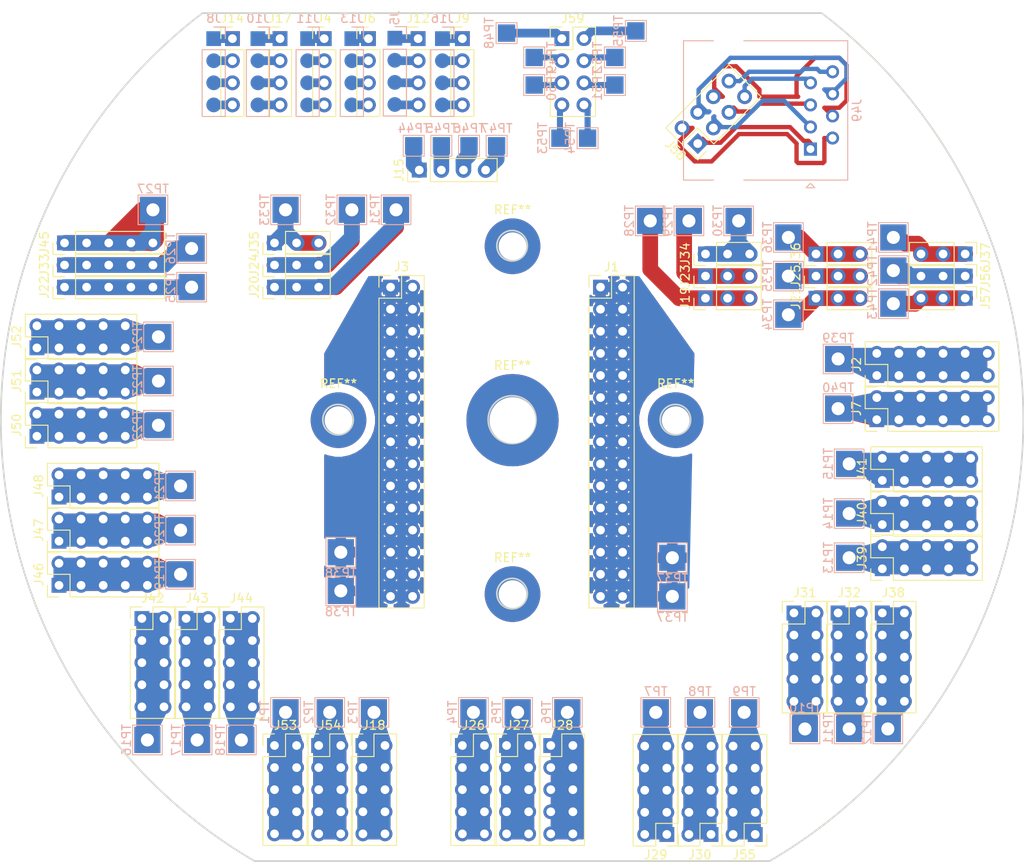
<source format=kicad_pcb>
(kicad_pcb (version 20171130) (host pcbnew "(5.1.9)-1")
  (layers (0 F.Cu signal) (31 B.Cu signal) (34 B.Paste user) (35 F.Paste user) (36 B.SilkS user) (37 F.SilkS user) (38 B.Mask user) (39 F.Mask user) (44 Edge.Cuts user))
  (net 0 "")
  (net 1 +48_VA)
  (net 2 +12_VB1)
  (net 3 GND_VA)
  (net 4 RA4)
  (net 5 RA3)
  (net 6 RA2)
  (net 7 RA1)
  (net 8 RB4)
  (net 9 RB3)
  (net 10 RB2)
  (net 11 RB1)
  (net 12 RC4)
  (net 13 RC3)
  (net 14 RC2)
  (net 15 RC1)
  (net 16 GND_VB1)
  (net 17 RD4)
  (net 18 RD3)
  (net 19 RD2)
  (net 20 RD1)
  (net 21 RE4)
  (net 22 RE3)
  (net 23 RE2)
  (net 24 RE1)
  (net 25 RF4)
  (net 26 RF3)
  (net 27 RF2)
  (net 28 RF1)
  (net 29 SCL)
  (net 30 SDA)
  (net 31 3V3)
  (net 32 GND)
  (net 33 T0B)
  (net 34 +M1)
  (net 35 +M2)
  (net 36 +M3)
  (net 37 +M0)
  (net 38 -M1)
  (net 39 -M2)
  (net 40 -M3)
  (net 41 T1R)
  (net 42 T1G)
  (net 43 T1B)
  (net 44 T2R)
  (net 45 T2G)
  (net 46 T3R)
  (net 47 T3G)
  (net 48 -M0)
  (net 49 XM1)
  (net 50 XM2)
  (net 51 XM3)
  (net 52 +M4)
  (net 53 T3B)
  (net 54 T4R)
  (net 55 T4G)
  (net 56 T4B)
  (net 57 T5R)
  (net 58 T5G)
  (net 59 T5B)
  (net 60 XM0)
  (net 61 T6R)
  (net 62 T6G)
  (net 63 T6B)
  (net 64 T7R)
  (net 65 T7G)
  (net 66 T7B)
  (net 67 T0R)
  (net 68 T0G)
  (net 69 T2B)
  (net 70 -M4)
  (net 71 XM4)
  (net 72 USB0_TX+)
  (net 73 USB0_TX-)
  (net 74 USB0_RX+)
  (net 75 USB0_RX-)
  (net 76 USB0_D+)
  (net 77 USB0_D-)
  (net 78 5V)
  (net 79 EthC+)
  (net 80 EthD+)
  (net 81 EthA+)
  (net 82 EthA-)
  (net 83 EthD-)
  (net 84 EthB+)
  (net 85 EthC-)
  (net 86 EthB-)
  (module TestPoint:TestPoint_THTPad_3.0x3.0mm_Drill1.5mm (layer B.Cu) (at 183.515 78.105 270)
    (fp_text reference TP43 (at 0 2.398 90) (layer B.SilkS) (effects (justify mirror)))
    (fp_text value TestPoint)
    (pad 1 thru_hole rect (at 0 0 270) (size 3 3) (drill 1.5) (layers *.Cu *.Mask) (net 71 XM4))
  )
  (module TestPoint:TestPoint_THTPad_3.0x3.0mm_Drill1.5mm (layer B.Cu) (at 183.515 74.295 270)
    (fp_text reference TP42 (at 0 2.398 90) (layer B.SilkS) (effects (justify mirror)))
    (fp_text value TestPoint)
    (pad 1 thru_hole rect (at 0 0 270) (size 3 3) (drill 1.5) (layers *.Cu *.Mask) (net 70 -M4))
  )
  (module TestPoint:TestPoint_THTPad_3.0x3.0mm_Drill1.5mm (layer B.Cu) (at 183.515 70.485 270)
    (fp_text reference TP41 (at 0 2.398 90) (layer B.SilkS) (effects (justify mirror)))
    (fp_text value TestPoint)
    (pad 1 thru_hole rect (at 0 0 270) (size 3 3) (drill 1.5) (layers *.Cu *.Mask) (net 52 +M4))
  )
  (module TestPoint:TestPoint_THTPad_3.0x3.0mm_Drill1.5mm (layer B.Cu) (at 177.165 90.17 180)
    (fp_text reference TP40 (at 0 2.398) (layer B.SilkS) (effects (justify mirror)))
    (fp_text value TestPoint)
    (pad 1 thru_hole rect (at 0 0 180) (size 3 3) (drill 1.5) (layers *.Cu *.Mask) (net 16 GND_VB1))
  )
  (module TestPoint:TestPoint_THTPad_3.0x3.0mm_Drill1.5mm (layer B.Cu) (at 177.165 84.455 180)
    (fp_text reference TP39 (at 0 2.398) (layer B.SilkS) (effects (justify mirror)))
    (fp_text value TestPoint)
    (pad 1 thru_hole rect (at 0 0 180) (size 3 3) (drill 1.5) (layers *.Cu *.Mask) (net 2 +12_VB1))
  )
  (module TestPoint:TestPoint_THTPad_3.0x3.0mm_Drill1.5mm (layer B.Cu) (at 120.015 106.68)
    (fp_text reference TP38 (at 0 2.398) (layer B.SilkS) (effects (justify mirror)))
    (fp_text value TestPoint)
    (pad 1 thru_hole rect (at 0 0) (size 3 3) (drill 1.5) (layers *.Cu *.Mask) (net 3 GND_VA))
  )
  (module TestPoint:TestPoint_THTPad_3.0x3.0mm_Drill1.5mm (layer B.Cu) (at 120.015 111.125)
    (fp_text reference TP38 (at 0 2.398) (layer B.SilkS) (effects (justify mirror)))
    (fp_text value TestPoint)
    (pad 1 thru_hole rect (at 0 0) (size 3 3) (drill 1.5) (layers *.Cu *.Mask) (net 3 GND_VA))
  )
  (module TestPoint:TestPoint_THTPad_3.0x3.0mm_Drill1.5mm (layer B.Cu) (at 158.115 107.315)
    (fp_text reference TP37 (at 0 2.398) (layer B.SilkS) (effects (justify mirror)))
    (fp_text value TestPoint)
    (pad 1 thru_hole rect (at 0 0) (size 3 3) (drill 1.5) (layers *.Cu *.Mask) (net 1 +48_VA))
  )
  (module TestPoint:TestPoint_THTPad_3.0x3.0mm_Drill1.5mm (layer B.Cu) (at 158.115 111.76)
    (fp_text reference TP37 (at 0 2.398) (layer B.SilkS) (effects (justify mirror)))
    (fp_text value TestPoint)
    (pad 1 thru_hole rect (at 0 0) (size 3 3) (drill 1.5) (layers *.Cu *.Mask) (net 1 +48_VA))
  )
  (module TestPoint:TestPoint_THTPad_3.0x3.0mm_Drill1.5mm (layer B.Cu) (at 171.45 70.485 270)
    (fp_text reference TP36 (at 0 2.398 90) (layer B.SilkS) (effects (justify mirror)))
    (fp_text value TestPoint)
    (pad 1 thru_hole rect (at 0 0 270) (size 3 3) (drill 1.5) (layers *.Cu *.Mask) (net 51 XM3))
  )
  (module TestPoint:TestPoint_THTPad_3.0x3.0mm_Drill1.5mm (layer B.Cu) (at 171.45 74.93 270)
    (fp_text reference TP35 (at 0 2.398 90) (layer B.SilkS) (effects (justify mirror)))
    (fp_text value TestPoint)
    (pad 1 thru_hole rect (at 0 0 270) (size 3 3) (drill 1.5) (layers *.Cu *.Mask) (net 40 -M3))
  )
  (module TestPoint:TestPoint_THTPad_3.0x3.0mm_Drill1.5mm (layer B.Cu) (at 171.45 79.375 270)
    (fp_text reference TP34 (at 0 2.398 90) (layer B.SilkS) (effects (justify mirror)))
    (fp_text value TestPoint)
    (pad 1 thru_hole rect (at 0 0 270) (size 3 3) (drill 1.5) (layers *.Cu *.Mask) (net 36 +M3))
  )
  (module TestPoint:TestPoint_THTPad_3.0x3.0mm_Drill1.5mm (layer B.Cu) (at 113.665 67.31 270)
    (fp_text reference TP33 (at 0 2.398 90) (layer B.SilkS) (effects (justify mirror)))
    (fp_text value TestPoint)
    (pad 1 thru_hole rect (at 0 0 270) (size 3 3) (drill 1.5) (layers *.Cu *.Mask) (net 50 XM2))
  )
  (module TestPoint:TestPoint_THTPad_3.0x3.0mm_Drill1.5mm (layer B.Cu) (at 121.285 67.31 270)
    (fp_text reference TP32 (at 0 2.398 90) (layer B.SilkS) (effects (justify mirror)))
    (fp_text value TestPoint)
    (pad 1 thru_hole rect (at 0 0 270) (size 3 3) (drill 1.5) (layers *.Cu *.Mask) (net 39 -M2))
  )
  (module TestPoint:TestPoint_THTPad_3.0x3.0mm_Drill1.5mm (layer B.Cu) (at 126.365 67.31 270)
    (fp_text reference TP31 (at 0 2.398 90) (layer B.SilkS) (effects (justify mirror)))
    (fp_text value TestPoint)
    (pad 1 thru_hole rect (at 0 0 270) (size 3 3) (drill 1.5) (layers *.Cu *.Mask) (net 35 +M2))
  )
  (module TestPoint:TestPoint_THTPad_3.0x3.0mm_Drill1.5mm (layer B.Cu) (at 165.735 68.58 270)
    (fp_text reference TP30 (at 0 2.398 90) (layer B.SilkS) (effects (justify mirror)))
    (fp_text value TestPoint)
    (pad 1 thru_hole rect (at 0 0 270) (size 3 3) (drill 1.5) (layers *.Cu *.Mask) (net 49 XM1))
  )
  (module TestPoint:TestPoint_THTPad_3.0x3.0mm_Drill1.5mm (layer B.Cu) (at 160.02 68.58 270)
    (fp_text reference TP29 (at 0 2.398 90) (layer B.SilkS) (effects (justify mirror)))
    (fp_text value TestPoint)
    (pad 1 thru_hole rect (at 0 0 270) (size 3 3) (drill 1.5) (layers *.Cu *.Mask) (net 38 -M1))
  )
  (module TestPoint:TestPoint_THTPad_3.0x3.0mm_Drill1.5mm (layer B.Cu) (at 155.575 68.58 270)
    (fp_text reference TP28 (at 0 2.398 90) (layer B.SilkS) (effects (justify mirror)))
    (fp_text value TestPoint)
    (pad 1 thru_hole rect (at 0 0 270) (size 3 3) (drill 1.5) (layers *.Cu *.Mask) (net 34 +M1))
  )
  (module TestPoint:TestPoint_THTPad_3.0x3.0mm_Drill1.5mm (layer B.Cu) (at 98.425 67.31 180)
    (fp_text reference TP27 (at 0 2.398) (layer B.SilkS) (effects (justify mirror)))
    (fp_text value TestPoint)
    (pad 1 thru_hole rect (at 0 0 180) (size 3 3) (drill 1.5) (layers *.Cu *.Mask) (net 60 XM0))
  )
  (module TestPoint:TestPoint_THTPad_3.0x3.0mm_Drill1.5mm (layer B.Cu) (at 102.87 71.755 270)
    (fp_text reference TP26 (at 0 2.398 90) (layer B.SilkS) (effects (justify mirror)))
    (fp_text value TestPoint)
    (pad 1 thru_hole rect (at 0 0 270) (size 3 3) (drill 1.5) (layers *.Cu *.Mask) (net 48 -M0))
  )
  (module TestPoint:TestPoint_THTPad_3.0x3.0mm_Drill1.5mm (layer B.Cu) (at 102.87 76.2 270)
    (fp_text reference TP25 (at 0 2.398 90) (layer B.SilkS) (effects (justify mirror)))
    (fp_text value TestPoint)
    (pad 1 thru_hole rect (at 0 0 270) (size 3 3) (drill 1.5) (layers *.Cu *.Mask) (net 37 +M0))
  )
  (module TestPoint:TestPoint_THTPad_3.0x3.0mm_Drill1.5mm (layer B.Cu) (at 99.06 81.915 270)
    (fp_text reference TP24 (at 0 2.398 90) (layer B.SilkS) (effects (justify mirror)))
    (fp_text value TestPoint)
    (pad 1 thru_hole rect (at 0 0 270) (size 3 3) (drill 1.5) (layers *.Cu *.Mask) (net 66 T7B))
  )
  (module TestPoint:TestPoint_THTPad_3.0x3.0mm_Drill1.5mm (layer B.Cu) (at 99.06 86.995 270)
    (fp_text reference TP23 (at 0 2.398 90) (layer B.SilkS) (effects (justify mirror)))
    (fp_text value TestPoint)
    (pad 1 thru_hole rect (at 0 0 270) (size 3 3) (drill 1.5) (layers *.Cu *.Mask) (net 65 T7G))
  )
  (module TestPoint:TestPoint_THTPad_3.0x3.0mm_Drill1.5mm (layer B.Cu) (at 99.06 92.075 270)
    (fp_text reference TP22 (at 0 2.398 90) (layer B.SilkS) (effects (justify mirror)))
    (fp_text value TestPoint)
    (pad 1 thru_hole rect (at 0 0 270) (size 3 3) (drill 1.5) (layers *.Cu *.Mask) (net 64 T7R))
  )
  (module TestPoint:TestPoint_THTPad_3.0x3.0mm_Drill1.5mm (layer B.Cu) (at 101.6 99.06 270)
    (fp_text reference TP21 (at 0 2.398 90) (layer B.SilkS) (effects (justify mirror)))
    (fp_text value TestPoint)
    (pad 1 thru_hole rect (at 0 0 270) (size 3 3) (drill 1.5) (layers *.Cu *.Mask) (net 63 T6B))
  )
  (module TestPoint:TestPoint_THTPad_3.0x3.0mm_Drill1.5mm (layer B.Cu) (at 101.6 104.14 270)
    (fp_text reference TP20 (at 0 2.398 90) (layer B.SilkS) (effects (justify mirror)))
    (fp_text value TestPoint)
    (pad 1 thru_hole rect (at 0 0 270) (size 3 3) (drill 1.5) (layers *.Cu *.Mask) (net 62 T6G))
  )
  (module TestPoint:TestPoint_THTPad_3.0x3.0mm_Drill1.5mm (layer B.Cu) (at 101.6 109.22 270)
    (fp_text reference TP19 (at 0 2.398 90) (layer B.SilkS) (effects (justify mirror)))
    (fp_text value TestPoint)
    (pad 1 thru_hole rect (at 0 0 270) (size 3 3) (drill 1.5) (layers *.Cu *.Mask) (net 61 T6R))
  )
  (module TestPoint:TestPoint_THTPad_3.0x3.0mm_Drill1.5mm (layer B.Cu) (at 108.585 128.27 270)
    (fp_text reference TP18 (at 0 2.398 90) (layer B.SilkS) (effects (justify mirror)))
    (fp_text value TestPoint)
    (pad 1 thru_hole rect (at 0 0 270) (size 3 3) (drill 1.5) (layers *.Cu *.Mask) (net 59 T5B))
  )
  (module TestPoint:TestPoint_THTPad_3.0x3.0mm_Drill1.5mm (layer B.Cu) (at 103.505 128.27 270)
    (fp_text reference TP17 (at 0 2.398 90) (layer B.SilkS) (effects (justify mirror)))
    (fp_text value TestPoint)
    (pad 1 thru_hole rect (at 0 0 270) (size 3 3) (drill 1.5) (layers *.Cu *.Mask) (net 58 T5G))
  )
  (module TestPoint:TestPoint_THTPad_3.0x3.0mm_Drill1.5mm (layer B.Cu) (at 97.79 128.27 270)
    (fp_text reference TP16 (at 0 2.398 90) (layer B.SilkS) (effects (justify mirror)))
    (fp_text value TestPoint)
    (pad 1 thru_hole rect (at 0 0 270) (size 3 3) (drill 1.5) (layers *.Cu *.Mask) (net 57 T5R))
  )
  (module TestPoint:TestPoint_THTPad_3.0x3.0mm_Drill1.5mm (layer B.Cu) (at 178.435 96.52 270)
    (fp_text reference TP15 (at 0 2.398 90) (layer B.SilkS) (effects (justify mirror)))
    (fp_text value TestPoint)
    (pad 1 thru_hole rect (at 0 0 270) (size 3 3) (drill 1.5) (layers *.Cu *.Mask) (net 56 T4B))
  )
  (module TestPoint:TestPoint_THTPad_3.0x3.0mm_Drill1.5mm (layer B.Cu) (at 178.435 102.235 270)
    (fp_text reference TP14 (at 0 2.398 90) (layer B.SilkS) (effects (justify mirror)))
    (fp_text value TestPoint)
    (pad 1 thru_hole rect (at 0 0 270) (size 3 3) (drill 1.5) (layers *.Cu *.Mask) (net 55 T4G))
  )
  (module TestPoint:TestPoint_THTPad_3.0x3.0mm_Drill1.5mm (layer B.Cu) (at 178.435 107.315 270)
    (fp_text reference TP13 (at 0 2.398 90) (layer B.SilkS) (effects (justify mirror)))
    (fp_text value TestPoint)
    (pad 1 thru_hole rect (at 0 0 270) (size 3 3) (drill 1.5) (layers *.Cu *.Mask) (net 54 T4R))
  )
  (module TestPoint:TestPoint_THTPad_3.0x3.0mm_Drill1.5mm (layer B.Cu) (at 182.88 127 270)
    (fp_text reference TP12 (at 0 2.398 90) (layer B.SilkS) (effects (justify mirror)))
    (fp_text value TestPoint)
    (pad 1 thru_hole rect (at 0 0 270) (size 3 3) (drill 1.5) (layers *.Cu *.Mask) (net 53 T3B))
  )
  (module TestPoint:TestPoint_THTPad_3.0x3.0mm_Drill1.5mm (layer B.Cu) (at 178.435 127 270)
    (fp_text reference TP11 (at 0 2.398 90) (layer B.SilkS) (effects (justify mirror)))
    (fp_text value TestPoint)
    (pad 1 thru_hole rect (at 0 0 270) (size 3 3) (drill 1.5) (layers *.Cu *.Mask) (net 47 T3G))
  )
  (module TestPoint:TestPoint_THTPad_3.0x3.0mm_Drill1.5mm (layer B.Cu) (at 173.355 127 180)
    (fp_text reference TP10 (at 0 2.398) (layer B.SilkS) (effects (justify mirror)))
    (fp_text value TestPoint)
    (pad 1 thru_hole rect (at 0 0 180) (size 3 3) (drill 1.5) (layers *.Cu *.Mask) (net 46 T3R))
  )
  (module TestPoint:TestPoint_THTPad_3.0x3.0mm_Drill1.5mm (layer B.Cu) (at 166.37 125.095 180)
    (fp_text reference TP9 (at 0 2.398) (layer B.SilkS) (effects (justify mirror)))
    (fp_text value TestPoint)
    (pad 1 thru_hole rect (at 0 0 180) (size 3 3) (drill 1.5) (layers *.Cu *.Mask) (net 69 T2B))
  )
  (module TestPoint:TestPoint_THTPad_3.0x3.0mm_Drill1.5mm (layer B.Cu) (at 161.29 125.095 180)
    (fp_text reference TP8 (at 0 2.398) (layer B.SilkS) (effects (justify mirror)))
    (fp_text value TestPoint)
    (pad 1 thru_hole rect (at 0 0 180) (size 3 3) (drill 1.5) (layers *.Cu *.Mask) (net 45 T2G))
  )
  (module TestPoint:TestPoint_THTPad_3.0x3.0mm_Drill1.5mm (layer B.Cu) (at 156.21 125.095 180)
    (fp_text reference TP7 (at 0 2.398) (layer B.SilkS) (effects (justify mirror)))
    (fp_text value TestPoint)
    (pad 1 thru_hole rect (at 0 0 180) (size 3 3) (drill 1.5) (layers *.Cu *.Mask) (net 44 T2R))
  )
  (module TestPoint:TestPoint_THTPad_3.0x3.0mm_Drill1.5mm (layer B.Cu) (at 146.05 125.095 270)
    (fp_text reference TP6 (at 0 2.398 90) (layer B.SilkS) (effects (justify mirror)))
    (fp_text value TestPoint)
    (pad 1 thru_hole rect (at 0 0 270) (size 3 3) (drill 1.5) (layers *.Cu *.Mask) (net 43 T1B))
  )
  (module TestPoint:TestPoint_THTPad_3.0x3.0mm_Drill1.5mm (layer B.Cu) (at 140.335 125.095 270)
    (fp_text reference TP5 (at 0 2.398 90) (layer B.SilkS) (effects (justify mirror)))
    (fp_text value TestPoint)
    (pad 1 thru_hole rect (at 0 0 270) (size 3 3) (drill 1.5) (layers *.Cu *.Mask) (net 42 T1G))
  )
  (module TestPoint:TestPoint_THTPad_3.0x3.0mm_Drill1.5mm (layer B.Cu) (at 135.255 125.095 270)
    (fp_text reference TP4 (at 0 2.398 90) (layer B.SilkS) (effects (justify mirror)))
    (fp_text value TestPoint)
    (pad 1 thru_hole rect (at 0 0 270) (size 3 3) (drill 1.5) (layers *.Cu *.Mask) (net 41 T1R))
  )
  (module TestPoint:TestPoint_THTPad_3.0x3.0mm_Drill1.5mm (layer B.Cu) (at 123.825 125.095 270)
    (fp_text reference TP3 (at 0 2.398 90) (layer B.SilkS) (effects (justify mirror)))
    (fp_text value TestPoint)
    (pad 1 thru_hole rect (at 0 0 270) (size 3 3) (drill 1.5) (layers *.Cu *.Mask) (net 33 T0B))
  )
  (module TestPoint:TestPoint_THTPad_3.0x3.0mm_Drill1.5mm (layer B.Cu) (at 118.745 125.095 270)
    (fp_text reference TP2 (at 0 2.398 90) (layer B.SilkS) (effects (justify mirror)))
    (fp_text value TestPoint)
    (pad 1 thru_hole rect (at 0 0 270) (size 3 3) (drill 1.5) (layers *.Cu *.Mask) (net 68 T0G))
  )
  (module TestPoint:TestPoint_THTPad_3.0x3.0mm_Drill1.5mm (layer B.Cu) (at 113.665 125.095 270)
    (fp_text reference TP1 (at 0 2.398 90) (layer B.SilkS) (effects (justify mirror)))
    (fp_text value TestPoint)
    (pad 1 thru_hole rect (at 0 0 270) (size 3 3) (drill 1.5) (layers *.Cu *.Mask) (net 67 T0R))
  )
  (module TestPoint:TestPoint_Pad_2.0x2.0mm (layer B.Cu) (at 128.397 59.944 180)
    (fp_text reference TP44 (at 0 1.998) (layer B.SilkS) (effects (justify mirror)))
    (fp_text value TestPoint)
    (pad 1 smd rect (at 0 0 180) (size 2 2) (layers B.Cu B.Mask) (net 32 GND))
  )
  (module Connector_PinHeader_2.54mm:PinHeader_1x04_P2.54mm_Vertical (layer B.Cu) (at 105.41 47.625 180)
    (fp_text reference J8 (at 0 2.33 180) (layer B.SilkS) (effects (justify mirror)))
    (fp_text value Conn_01x04)
    (pad 4 smd oval (at 0 -7.62 180) (size 1.7 1.7) (layers B.Cu B.Mask) (net 17 RD4))
    (pad 3 smd oval (at 0 -5.08 180) (size 1.7 1.7) (layers B.Cu B.Mask) (net 18 RD3))
    (pad 2 smd oval (at 0 -2.54 180) (size 1.7 1.7) (layers B.Cu B.Mask) (net 19 RD2))
    (pad 1 smd rect (at 0 0 180) (size 1.7 1.7) (layers B.Cu B.Mask) (net 20 RD1))
  )
  (module Connector_PinHeader_2.54mm:PinHeader_1x04_P2.54mm_Vertical (layer B.Cu) (at 121.285 47.625 180)
    (fp_text reference J13 (at 0 2.33 180) (layer B.SilkS) (effects (justify mirror)))
    (fp_text value Conn_01x04)
    (pad 4 smd oval (at 0 -7.62 180) (size 1.7 1.7) (layers B.Cu B.Mask) (net 12 RC4))
    (pad 3 smd oval (at 0 -5.08 180) (size 1.7 1.7) (layers B.Cu B.Mask) (net 13 RC3))
    (pad 2 smd oval (at 0 -2.54 180) (size 1.7 1.7) (layers B.Cu B.Mask) (net 14 RC2))
    (pad 1 smd rect (at 0 0 180) (size 1.7 1.7) (layers B.Cu B.Mask) (net 15 RC1))
  )
  (module Connector_PinHeader_2.54mm:PinHeader_1x04_P2.54mm_Vertical (layer B.Cu) (at 116.205 47.625 180)
    (fp_text reference J11 (at 0 2.33 180) (layer B.SilkS) (effects (justify mirror)))
    (fp_text value Conn_01x04)
    (pad 4 smd oval (at 0 -7.62 180) (size 1.7 1.7) (layers B.Cu B.Mask) (net 4 RA4))
    (pad 3 smd oval (at 0 -5.08 180) (size 1.7 1.7) (layers B.Cu B.Mask) (net 5 RA3))
    (pad 2 smd oval (at 0 -2.54 180) (size 1.7 1.7) (layers B.Cu B.Mask) (net 6 RA2))
    (pad 1 smd rect (at 0 0 180) (size 1.7 1.7) (layers B.Cu B.Mask) (net 7 RA1))
  )
  (module Connector_PinHeader_2.54mm:PinHeader_1x04_P2.54mm_Vertical (layer B.Cu) (at 110.49 47.625 180)
    (fp_text reference J10 (at 0 2.33 180) (layer B.SilkS) (effects (justify mirror)))
    (fp_text value Conn_01x04)
    (pad 4 smd oval (at 0 -7.62 180) (size 1.7 1.7) (layers B.Cu B.Mask) (net 25 RF4))
    (pad 3 smd oval (at 0 -5.08 180) (size 1.7 1.7) (layers B.Cu B.Mask) (net 26 RF3))
    (pad 2 smd oval (at 0 -2.54 180) (size 1.7 1.7) (layers B.Cu B.Mask) (net 27 RF2))
    (pad 1 connect rect (at 0 0 180) (size 1.7 1.7) (layers B.Cu B.Mask) (net 28 RF1))
  )
  (module MountingHole:MountingHole_3.2mm_M3_Pad (layer F.Cu) (at 139.75 71.5)
    (fp_text reference REF** (at 0 -4.2) (layer F.SilkS))
    (fp_text value MountingHole_3.2mm_M3_Pad)
    (pad 1 thru_hole circle (at 0 0) (size 6.4 6.4) (drill 3.2) (layers *.Cu *.Mask))
  )
  (module MountingHole:MountingHole_3.2mm_M3_Pad (layer F.Cu) (at 119.75 91.5)
    (fp_text reference REF** (at 0 -4.2) (layer F.SilkS))
    (fp_text value MountingHole_3.2mm_M3_Pad)
    (pad 1 thru_hole circle (at 0 0) (size 6.4 6.4) (drill 3.2) (layers *.Cu *.Mask))
  )
  (module MountingHole:MountingHole_3.2mm_M3_Pad (layer F.Cu) (at 139.75 111.5)
    (fp_text reference REF** (at 0 -4.2) (layer F.SilkS))
    (fp_text value MountingHole_3.2mm_M3_Pad)
    (pad 1 thru_hole circle (at 0 0) (size 6.4 6.4) (drill 3.2) (layers *.Cu *.Mask))
  )
  (module MountingHole:MountingHole_3.2mm_M3_Pad (layer F.Cu) (at 158.5 91.5)
    (fp_text reference REF** (at 0 -4.2) (layer F.SilkS))
    (fp_text value MountingHole_3.2mm_M3_Pad)
    (pad 1 thru_hole circle (at 0 0) (size 6.4 6.4) (drill 3.2) (layers *.Cu *.Mask))
  )
  (module Connector_RJ:RJ45_Ninigi_GE (layer B.Cu) (at 173.99 60.325 90)
    (fp_text reference J49 (at 4.445 5.34 90) (layer B.SilkS) (effects (justify mirror)))
    (fp_text value 8P8C)
    (pad 6 thru_hole circle (at 6.35 2.54 270) (size 1.5 1.5) (drill 0.9) (layers *.Cu *.Mask) (net 84 EthB+))
    (pad 8 thru_hole circle (at 8.89 2.54 270) (size 1.5 1.5) (drill 0.9) (layers *.Cu *.Mask) (net 80 EthD+))
    (pad 2 thru_hole circle (at 1.27 2.54 270) (size 1.5 1.5) (drill 0.9) (layers *.Cu *.Mask) (net 81 EthA+))
    (pad 1 thru_hole rect (at 0 0 270) (size 1.5 1.5) (drill 0.9) (layers *.Cu *.Mask) (net 82 EthA-))
    (pad 7 thru_hole circle (at 7.62 0 270) (size 1.5 1.5) (drill 0.9) (layers *.Cu *.Mask) (net 83 EthD-))
    (pad 4 thru_hole circle (at 3.81 2.54 270) (size 1.5 1.5) (drill 0.9) (layers *.Cu *.Mask) (net 85 EthC-))
    (pad 5 thru_hole circle (at 5.08 0 270) (size 1.5 1.5) (drill 0.9) (layers *.Cu *.Mask) (net 79 EthC+))
    (pad 3 thru_hole circle (at 2.54 0 270) (size 1.5 1.5) (drill 0.9) (layers *.Cu *.Mask) (net 86 EthB-))
  )
  (module MountingHole:MountingHole_5.3mm_M5_Pad (layer F.Cu) (at 139.75 91.5)
    (fp_text reference REF** (at 0 -6.3) (layer F.SilkS))
    (fp_text value MountingHole_5.3mm_M5_Pad)
    (pad 1 thru_hole circle (at 0 0) (size 10.6 10.6) (drill 5.3) (layers *.Cu *.Mask))
  )
  (module TestPoint:TestPoint_Pad_2.0x2.0mm (layer B.Cu) (at 153.924 46.736 270)
    (fp_text reference TP55 (at 0 1.998 90) (layer B.SilkS) (effects (justify mirror)))
    (fp_text value TestPoint)
    (pad 1 smd rect (at 0 0 270) (size 2 2) (layers B.Cu B.Mask) (net 32 GND))
  )
  (module TestPoint:TestPoint_Pad_2.0x2.0mm (layer B.Cu) (at 148.377243 59.070483 270)
    (fp_text reference TP54 (at 0 1.998 90) (layer B.SilkS) (effects (justify mirror)))
    (fp_text value TestPoint)
    (pad 1 smd rect (at 0 0 270) (size 2 2) (layers B.Cu B.Mask) (net 72 USB0_TX+))
  )
  (module TestPoint:TestPoint_Pad_2.0x2.0mm (layer B.Cu) (at 145.202243 59.070483 270)
    (fp_text reference TP53 (at 0 1.998 90) (layer B.SilkS) (effects (justify mirror)))
    (fp_text value TestPoint)
    (pad 1 smd rect (at 0 0 270) (size 2 2) (layers B.Cu B.Mask) (net 73 USB0_TX-))
  )
  (module TestPoint:TestPoint_Pad_2.0x2.0mm (layer B.Cu) (at 151.511 49.784 270)
    (fp_text reference TP52 (at 0 1.998 90) (layer B.SilkS) (effects (justify mirror)))
    (fp_text value TestPoint)
    (pad 1 smd rect (at 0 0 270) (size 2 2) (layers B.Cu B.Mask) (net 74 USB0_RX+))
  )
  (module TestPoint:TestPoint_Pad_2.0x2.0mm (layer B.Cu) (at 151.511 52.959 270)
    (fp_text reference TP51 (at 0 1.998 90) (layer B.SilkS) (effects (justify mirror)))
    (fp_text value TestPoint)
    (pad 1 smd rect (at 0 0 270) (size 2 2) (layers B.Cu B.Mask) (net 75 USB0_RX-))
  )
  (module TestPoint:TestPoint_Pad_2.0x2.0mm (layer B.Cu) (at 142.24 52.959 90)
    (fp_text reference TP50 (at 0 1.998 90) (layer B.SilkS) (effects (justify mirror)))
    (fp_text value TestPoint)
    (pad 1 smd rect (at 0 0 90) (size 2 2) (layers B.Cu B.Mask) (net 76 USB0_D+))
  )
  (module TestPoint:TestPoint_Pad_2.0x2.0mm (layer B.Cu) (at 142.24 49.784 90)
    (fp_text reference TP49 (at 0 1.998 90) (layer B.SilkS) (effects (justify mirror)))
    (fp_text value TestPoint)
    (pad 1 smd rect (at 0 0 90) (size 2 2) (layers B.Cu B.Mask) (net 77 USB0_D-))
  )
  (module TestPoint:TestPoint_Pad_2.0x2.0mm (layer B.Cu) (at 139.065 46.99 270)
    (fp_text reference TP48 (at 0 1.998 90) (layer B.SilkS) (effects (justify mirror)))
    (fp_text value TestPoint)
    (pad 1 smd rect (at 0 0 270) (size 2 2) (layers B.Cu B.Mask) (net 78 5V))
  )
  (module TestPoint:TestPoint_Pad_2.0x2.0mm (layer B.Cu) (at 137.922 59.944 180)
    (fp_text reference TP47 (at 0 1.998) (layer B.SilkS) (effects (justify mirror)))
    (fp_text value TestPoint)
    (pad 1 smd rect (at 0 0 180) (size 2 2) (layers B.Cu B.Mask) (net 29 SCL))
  )
  (module TestPoint:TestPoint_Pad_2.0x2.0mm (layer B.Cu) (at 134.747 59.944 180)
    (fp_text reference TP46 (at 0 1.998) (layer B.SilkS) (effects (justify mirror)))
    (fp_text value TestPoint)
    (pad 1 smd rect (at 0 0 180) (size 2 2) (layers B.Cu B.Mask) (net 30 SDA))
  )
  (module TestPoint:TestPoint_Pad_2.0x2.0mm (layer B.Cu) (at 131.572 59.944 180)
    (fp_text reference TP45 (at 0 1.998) (layer B.SilkS) (effects (justify mirror)))
    (fp_text value TestPoint)
    (pad 1 smd rect (at 0 0 180) (size 2 2) (layers B.Cu B.Mask) (net 31 3V3))
  )
  (module Connector_PinHeader_2.54mm:PinHeader_2x04_P2.54mm_Vertical (layer F.Cu) (at 145.415 47.625)
    (fp_text reference J59 (at 1.27 -2.33) (layer F.SilkS))
    (fp_text value Conn_01x08)
    (pad 8 thru_hole oval (at 2.54 7.62) (size 1.7 1.7) (drill 1) (layers *.Cu *.Mask) (net 72 USB0_TX+))
    (pad 7 thru_hole oval (at 0 7.62) (size 1.7 1.7) (drill 1) (layers *.Cu *.Mask) (net 73 USB0_TX-))
    (pad 6 thru_hole oval (at 2.54 5.08) (size 1.7 1.7) (drill 1) (layers *.Cu *.Mask) (net 75 USB0_RX-))
    (pad 5 thru_hole oval (at 0 5.08) (size 1.7 1.7) (drill 1) (layers *.Cu *.Mask) (net 76 USB0_D+))
    (pad 4 thru_hole oval (at 2.54 2.54) (size 1.7 1.7) (drill 1) (layers *.Cu *.Mask) (net 74 USB0_RX+))
    (pad 3 thru_hole oval (at 0 2.54) (size 1.7 1.7) (drill 1) (layers *.Cu *.Mask) (net 77 USB0_D-))
    (pad 2 thru_hole oval (at 2.54 0) (size 1.7 1.7) (drill 1) (layers *.Cu *.Mask) (net 32 GND))
    (pad 1 thru_hole rect (at 0 0) (size 1.7 1.7) (drill 1) (layers *.Cu *.Mask) (net 78 5V))
  )
  (module Connector_PinHeader_2.54mm:PinHeader_2x04_P2.54mm_Vertical (layer F.Cu) (at 161.036 59.69 135)
    (fp_text reference J58 (at 1.27 -2.33 135) (layer F.SilkS))
    (fp_text value Conn_01x08)
    (pad 8 thru_hole oval (at 2.54 7.62 135) (size 1.7 1.7) (drill 1) (layers *.Cu *.Mask) (net 80 EthD+))
    (pad 7 thru_hole oval (at 0 7.62 135) (size 1.7 1.7) (drill 1) (layers *.Cu *.Mask) (net 83 EthD-))
    (pad 6 thru_hole oval (at 2.54 5.08 135) (size 1.7 1.7) (drill 1) (layers *.Cu *.Mask) (net 85 EthC-))
    (pad 5 thru_hole oval (at 0 5.08 135) (size 1.7 1.7) (drill 1) (layers *.Cu *.Mask) (net 79 EthC+))
    (pad 4 thru_hole oval (at 2.54 2.54 135) (size 1.7 1.7) (drill 1) (layers *.Cu *.Mask) (net 84 EthB+))
    (pad 3 thru_hole oval (at 0 2.54 135) (size 1.7 1.7) (drill 1) (layers *.Cu *.Mask) (net 86 EthB-))
    (pad 2 thru_hole oval (at 2.54 0 135) (size 1.7 1.7) (drill 1) (layers *.Cu *.Mask) (net 81 EthA+))
    (pad 1 thru_hole rect (at 0 0 135) (size 1.7 1.7) (drill 1) (layers *.Cu *.Mask) (net 82 EthA-))
  )
  (module Connector_PinHeader_2.54mm:PinHeader_1x03_P2.54mm_Vertical (layer F.Cu) (at 191.77 77.47 270)
    (fp_text reference J57 (at 0 -2.33 90) (layer F.SilkS))
    (fp_text value Conn_01x03_Male)
    (pad 3 thru_hole oval (at 0 5.08 270) (size 1.7 1.7) (drill 1) (layers *.Cu *.Mask) (net 71 XM4))
    (pad 2 thru_hole oval (at 0 2.54 270) (size 1.7 1.7) (drill 1) (layers *.Cu *.Mask) (net 71 XM4))
    (pad 1 thru_hole rect (at 0 0 270) (size 1.7 1.7) (drill 1) (layers *.Cu *.Mask) (net 71 XM4))
  )
  (module Connector_PinHeader_2.54mm:PinHeader_1x03_P2.54mm_Vertical (layer F.Cu) (at 191.77 74.93 270)
    (fp_text reference J56 (at 0 -2.33 90) (layer F.SilkS))
    (fp_text value Conn_01x03_Male)
    (pad 3 thru_hole oval (at 0 5.08 270) (size 1.7 1.7) (drill 1) (layers *.Cu *.Mask) (net 70 -M4))
    (pad 2 thru_hole oval (at 0 2.54 270) (size 1.7 1.7) (drill 1) (layers *.Cu *.Mask) (net 70 -M4))
    (pad 1 thru_hole rect (at 0 0 270) (size 1.7 1.7) (drill 1) (layers *.Cu *.Mask) (net 70 -M4))
  )
  (module Connector_PinHeader_2.54mm:PinHeader_2x05_P2.54mm_Vertical (layer F.Cu) (at 167.64 139.13 180)
    (fp_text reference J55 (at 1.27 -2.33) (layer F.SilkS))
    (fp_text value Conn_01x10)
    (pad 10 thru_hole oval (at 2.54 10.16 180) (size 1.7 1.7) (drill 1) (layers *.Cu *.Mask) (net 69 T2B))
    (pad 9 thru_hole oval (at 0 10.16 180) (size 1.7 1.7) (drill 1) (layers *.Cu *.Mask) (net 69 T2B))
    (pad 8 thru_hole oval (at 2.54 7.62 180) (size 1.7 1.7) (drill 1) (layers *.Cu *.Mask) (net 69 T2B))
    (pad 7 thru_hole oval (at 0 7.62 180) (size 1.7 1.7) (drill 1) (layers *.Cu *.Mask) (net 69 T2B))
    (pad 6 thru_hole oval (at 2.54 5.08 180) (size 1.7 1.7) (drill 1) (layers *.Cu *.Mask) (net 69 T2B))
    (pad 5 thru_hole oval (at 0 5.08 180) (size 1.7 1.7) (drill 1) (layers *.Cu *.Mask) (net 69 T2B))
    (pad 4 thru_hole oval (at 2.54 2.54 180) (size 1.7 1.7) (drill 1) (layers *.Cu *.Mask) (net 69 T2B))
    (pad 3 thru_hole oval (at 0 2.54 180) (size 1.7 1.7) (drill 1) (layers *.Cu *.Mask) (net 69 T2B))
    (pad 2 thru_hole oval (at 2.54 0 180) (size 1.7 1.7) (drill 1) (layers *.Cu *.Mask) (net 69 T2B))
    (pad 1 thru_hole rect (at 0 0 180) (size 1.7 1.7) (drill 1) (layers *.Cu *.Mask) (net 69 T2B))
  )
  (module Connector_PinHeader_2.54mm:PinHeader_2x05_P2.54mm_Vertical (layer F.Cu) (at 117.475 128.905)
    (fp_text reference J54 (at 1.27 -2.33) (layer F.SilkS))
    (fp_text value Conn_01x10)
    (pad 10 thru_hole oval (at 2.54 10.16) (size 1.7 1.7) (drill 1) (layers *.Cu *.Mask) (net 68 T0G))
    (pad 9 thru_hole oval (at 0 10.16) (size 1.7 1.7) (drill 1) (layers *.Cu *.Mask) (net 68 T0G))
    (pad 8 thru_hole oval (at 2.54 7.62) (size 1.7 1.7) (drill 1) (layers *.Cu *.Mask) (net 68 T0G))
    (pad 7 thru_hole oval (at 0 7.62) (size 1.7 1.7) (drill 1) (layers *.Cu *.Mask) (net 68 T0G))
    (pad 6 thru_hole oval (at 2.54 5.08) (size 1.7 1.7) (drill 1) (layers *.Cu *.Mask) (net 68 T0G))
    (pad 5 thru_hole oval (at 0 5.08) (size 1.7 1.7) (drill 1) (layers *.Cu *.Mask) (net 68 T0G))
    (pad 4 thru_hole oval (at 2.54 2.54) (size 1.7 1.7) (drill 1) (layers *.Cu *.Mask) (net 68 T0G))
    (pad 3 thru_hole oval (at 0 2.54) (size 1.7 1.7) (drill 1) (layers *.Cu *.Mask) (net 68 T0G))
    (pad 2 thru_hole oval (at 2.54 0) (size 1.7 1.7) (drill 1) (layers *.Cu *.Mask) (net 68 T0G))
    (pad 1 thru_hole rect (at 0 0) (size 1.7 1.7) (drill 1) (layers *.Cu *.Mask) (net 68 T0G))
  )
  (module Connector_PinHeader_2.54mm:PinHeader_2x05_P2.54mm_Vertical (layer F.Cu) (at 112.395 128.905)
    (fp_text reference J53 (at 1.27 -2.33) (layer F.SilkS))
    (fp_text value Conn_01x10)
    (pad 10 thru_hole oval (at 2.54 10.16) (size 1.7 1.7) (drill 1) (layers *.Cu *.Mask) (net 67 T0R))
    (pad 9 thru_hole oval (at 0 10.16) (size 1.7 1.7) (drill 1) (layers *.Cu *.Mask) (net 67 T0R))
    (pad 8 thru_hole oval (at 2.54 7.62) (size 1.7 1.7) (drill 1) (layers *.Cu *.Mask) (net 67 T0R))
    (pad 7 thru_hole oval (at 0 7.62) (size 1.7 1.7) (drill 1) (layers *.Cu *.Mask) (net 67 T0R))
    (pad 6 thru_hole oval (at 2.54 5.08) (size 1.7 1.7) (drill 1) (layers *.Cu *.Mask) (net 67 T0R))
    (pad 5 thru_hole oval (at 0 5.08) (size 1.7 1.7) (drill 1) (layers *.Cu *.Mask) (net 67 T0R))
    (pad 4 thru_hole oval (at 2.54 2.54) (size 1.7 1.7) (drill 1) (layers *.Cu *.Mask) (net 67 T0R))
    (pad 3 thru_hole oval (at 0 2.54) (size 1.7 1.7) (drill 1) (layers *.Cu *.Mask) (net 67 T0R))
    (pad 2 thru_hole oval (at 2.54 0) (size 1.7 1.7) (drill 1) (layers *.Cu *.Mask) (net 67 T0R))
    (pad 1 thru_hole rect (at 0 0) (size 1.7 1.7) (drill 1) (layers *.Cu *.Mask) (net 67 T0R))
  )
  (module Connector_PinHeader_2.54mm:PinHeader_2x05_P2.54mm_Vertical (layer F.Cu) (at 85.09 83.185 90)
    (fp_text reference J52 (at 1.27 -2.33 90) (layer F.SilkS))
    (fp_text value Conn_01x10)
    (pad 10 thru_hole oval (at 2.54 10.16 90) (size 1.7 1.7) (drill 1) (layers *.Cu *.Mask) (net 66 T7B))
    (pad 9 thru_hole oval (at 0 10.16 90) (size 1.7 1.7) (drill 1) (layers *.Cu *.Mask) (net 66 T7B))
    (pad 8 thru_hole oval (at 2.54 7.62 90) (size 1.7 1.7) (drill 1) (layers *.Cu *.Mask) (net 66 T7B))
    (pad 7 thru_hole oval (at 0 7.62 90) (size 1.7 1.7) (drill 1) (layers *.Cu *.Mask) (net 66 T7B))
    (pad 6 thru_hole oval (at 2.54 5.08 90) (size 1.7 1.7) (drill 1) (layers *.Cu *.Mask) (net 66 T7B))
    (pad 5 thru_hole oval (at 0 5.08 90) (size 1.7 1.7) (drill 1) (layers *.Cu *.Mask) (net 66 T7B))
    (pad 4 thru_hole oval (at 2.54 2.54 90) (size 1.7 1.7) (drill 1) (layers *.Cu *.Mask) (net 66 T7B))
    (pad 3 thru_hole oval (at 0 2.54 90) (size 1.7 1.7) (drill 1) (layers *.Cu *.Mask) (net 66 T7B))
    (pad 2 thru_hole oval (at 2.54 0 90) (size 1.7 1.7) (drill 1) (layers *.Cu *.Mask) (net 66 T7B))
    (pad 1 thru_hole rect (at 0 0 90) (size 1.7 1.7) (drill 1) (layers *.Cu *.Mask) (net 66 T7B))
  )
  (module Connector_PinHeader_2.54mm:PinHeader_2x05_P2.54mm_Vertical (layer F.Cu) (at 85.09 88.265 90)
    (fp_text reference J51 (at 1.27 -2.33 90) (layer F.SilkS))
    (fp_text value Conn_01x10)
    (pad 10 thru_hole oval (at 2.54 10.16 90) (size 1.7 1.7) (drill 1) (layers *.Cu *.Mask) (net 65 T7G))
    (pad 9 thru_hole oval (at 0 10.16 90) (size 1.7 1.7) (drill 1) (layers *.Cu *.Mask) (net 65 T7G))
    (pad 8 thru_hole oval (at 2.54 7.62 90) (size 1.7 1.7) (drill 1) (layers *.Cu *.Mask) (net 65 T7G))
    (pad 7 thru_hole oval (at 0 7.62 90) (size 1.7 1.7) (drill 1) (layers *.Cu *.Mask) (net 65 T7G))
    (pad 6 thru_hole oval (at 2.54 5.08 90) (size 1.7 1.7) (drill 1) (layers *.Cu *.Mask) (net 65 T7G))
    (pad 5 thru_hole oval (at 0 5.08 90) (size 1.7 1.7) (drill 1) (layers *.Cu *.Mask) (net 65 T7G))
    (pad 4 thru_hole oval (at 2.54 2.54 90) (size 1.7 1.7) (drill 1) (layers *.Cu *.Mask) (net 65 T7G))
    (pad 3 thru_hole oval (at 0 2.54 90) (size 1.7 1.7) (drill 1) (layers *.Cu *.Mask) (net 65 T7G))
    (pad 2 thru_hole oval (at 2.54 0 90) (size 1.7 1.7) (drill 1) (layers *.Cu *.Mask) (net 65 T7G))
    (pad 1 thru_hole rect (at 0 0 90) (size 1.7 1.7) (drill 1) (layers *.Cu *.Mask) (net 65 T7G))
  )
  (module Connector_PinHeader_2.54mm:PinHeader_2x05_P2.54mm_Vertical (layer F.Cu) (at 85.09 93.345 90)
    (fp_text reference J50 (at 1.27 -2.33 90) (layer F.SilkS))
    (fp_text value Conn_01x10)
    (pad 10 thru_hole oval (at 2.54 10.16 90) (size 1.7 1.7) (drill 1) (layers *.Cu *.Mask) (net 64 T7R))
    (pad 9 thru_hole oval (at 0 10.16 90) (size 1.7 1.7) (drill 1) (layers *.Cu *.Mask) (net 64 T7R))
    (pad 8 thru_hole oval (at 2.54 7.62 90) (size 1.7 1.7) (drill 1) (layers *.Cu *.Mask) (net 64 T7R))
    (pad 7 thru_hole oval (at 0 7.62 90) (size 1.7 1.7) (drill 1) (layers *.Cu *.Mask) (net 64 T7R))
    (pad 6 thru_hole oval (at 2.54 5.08 90) (size 1.7 1.7) (drill 1) (layers *.Cu *.Mask) (net 64 T7R))
    (pad 5 thru_hole oval (at 0 5.08 90) (size 1.7 1.7) (drill 1) (layers *.Cu *.Mask) (net 64 T7R))
    (pad 4 thru_hole oval (at 2.54 2.54 90) (size 1.7 1.7) (drill 1) (layers *.Cu *.Mask) (net 64 T7R))
    (pad 3 thru_hole oval (at 0 2.54 90) (size 1.7 1.7) (drill 1) (layers *.Cu *.Mask) (net 64 T7R))
    (pad 2 thru_hole oval (at 2.54 0 90) (size 1.7 1.7) (drill 1) (layers *.Cu *.Mask) (net 64 T7R))
    (pad 1 thru_hole rect (at 0 0 90) (size 1.7 1.7) (drill 1) (layers *.Cu *.Mask) (net 64 T7R))
  )
  (module Connector_PinHeader_2.54mm:PinHeader_2x05_P2.54mm_Vertical (layer F.Cu) (at 87.63 100.33 90)
    (fp_text reference J48 (at 1.27 -2.33 90) (layer F.SilkS))
    (fp_text value Conn_01x10)
    (pad 10 thru_hole oval (at 2.54 10.16 90) (size 1.7 1.7) (drill 1) (layers *.Cu *.Mask) (net 63 T6B))
    (pad 9 thru_hole oval (at 0 10.16 90) (size 1.7 1.7) (drill 1) (layers *.Cu *.Mask) (net 63 T6B))
    (pad 8 thru_hole oval (at 2.54 7.62 90) (size 1.7 1.7) (drill 1) (layers *.Cu *.Mask) (net 63 T6B))
    (pad 7 thru_hole oval (at 0 7.62 90) (size 1.7 1.7) (drill 1) (layers *.Cu *.Mask) (net 63 T6B))
    (pad 6 thru_hole oval (at 2.54 5.08 90) (size 1.7 1.7) (drill 1) (layers *.Cu *.Mask) (net 63 T6B))
    (pad 5 thru_hole oval (at 0 5.08 90) (size 1.7 1.7) (drill 1) (layers *.Cu *.Mask) (net 63 T6B))
    (pad 4 thru_hole oval (at 2.54 2.54 90) (size 1.7 1.7) (drill 1) (layers *.Cu *.Mask) (net 63 T6B))
    (pad 3 thru_hole oval (at 0 2.54 90) (size 1.7 1.7) (drill 1) (layers *.Cu *.Mask) (net 63 T6B))
    (pad 2 thru_hole oval (at 2.54 0 90) (size 1.7 1.7) (drill 1) (layers *.Cu *.Mask) (net 63 T6B))
    (pad 1 thru_hole rect (at 0 0 90) (size 1.7 1.7) (drill 1) (layers *.Cu *.Mask) (net 63 T6B))
  )
  (module Connector_PinHeader_2.54mm:PinHeader_2x05_P2.54mm_Vertical (layer F.Cu) (at 87.63 105.41 90)
    (fp_text reference J47 (at 1.27 -2.33 90) (layer F.SilkS))
    (fp_text value Conn_01x10)
    (pad 10 thru_hole oval (at 2.54 10.16 90) (size 1.7 1.7) (drill 1) (layers *.Cu *.Mask) (net 62 T6G))
    (pad 9 thru_hole oval (at 0 10.16 90) (size 1.7 1.7) (drill 1) (layers *.Cu *.Mask) (net 62 T6G))
    (pad 8 thru_hole oval (at 2.54 7.62 90) (size 1.7 1.7) (drill 1) (layers *.Cu *.Mask) (net 62 T6G))
    (pad 7 thru_hole oval (at 0 7.62 90) (size 1.7 1.7) (drill 1) (layers *.Cu *.Mask) (net 62 T6G))
    (pad 6 thru_hole oval (at 2.54 5.08 90) (size 1.7 1.7) (drill 1) (layers *.Cu *.Mask) (net 62 T6G))
    (pad 5 thru_hole oval (at 0 5.08 90) (size 1.7 1.7) (drill 1) (layers *.Cu *.Mask) (net 62 T6G))
    (pad 4 thru_hole oval (at 2.54 2.54 90) (size 1.7 1.7) (drill 1) (layers *.Cu *.Mask) (net 62 T6G))
    (pad 3 thru_hole oval (at 0 2.54 90) (size 1.7 1.7) (drill 1) (layers *.Cu *.Mask) (net 62 T6G))
    (pad 2 thru_hole oval (at 2.54 0 90) (size 1.7 1.7) (drill 1) (layers *.Cu *.Mask) (net 62 T6G))
    (pad 1 thru_hole rect (at 0 0 90) (size 1.7 1.7) (drill 1) (layers *.Cu *.Mask) (net 62 T6G))
  )
  (module Connector_PinHeader_2.54mm:PinHeader_2x05_P2.54mm_Vertical (layer F.Cu) (at 87.63 110.49 90)
    (fp_text reference J46 (at 1.27 -2.33 90) (layer F.SilkS))
    (fp_text value Conn_01x10)
    (pad 10 thru_hole oval (at 2.54 10.16 90) (size 1.7 1.7) (drill 1) (layers *.Cu *.Mask) (net 61 T6R))
    (pad 9 thru_hole oval (at 0 10.16 90) (size 1.7 1.7) (drill 1) (layers *.Cu *.Mask) (net 61 T6R))
    (pad 8 thru_hole oval (at 2.54 7.62 90) (size 1.7 1.7) (drill 1) (layers *.Cu *.Mask) (net 61 T6R))
    (pad 7 thru_hole oval (at 0 7.62 90) (size 1.7 1.7) (drill 1) (layers *.Cu *.Mask) (net 61 T6R))
    (pad 6 thru_hole oval (at 2.54 5.08 90) (size 1.7 1.7) (drill 1) (layers *.Cu *.Mask) (net 61 T6R))
    (pad 5 thru_hole oval (at 0 5.08 90) (size 1.7 1.7) (drill 1) (layers *.Cu *.Mask) (net 61 T6R))
    (pad 4 thru_hole oval (at 2.54 2.54 90) (size 1.7 1.7) (drill 1) (layers *.Cu *.Mask) (net 61 T6R))
    (pad 3 thru_hole oval (at 0 2.54 90) (size 1.7 1.7) (drill 1) (layers *.Cu *.Mask) (net 61 T6R))
    (pad 2 thru_hole oval (at 2.54 0 90) (size 1.7 1.7) (drill 1) (layers *.Cu *.Mask) (net 61 T6R))
    (pad 1 thru_hole rect (at 0 0 90) (size 1.7 1.7) (drill 1) (layers *.Cu *.Mask) (net 61 T6R))
  )
  (module Connector_PinHeader_2.54mm:PinHeader_1x05_P2.54mm_Vertical (layer F.Cu) (at 88.265 71.12 90)
    (fp_text reference J45 (at 0 -2.33 90) (layer F.SilkS))
    (fp_text value Conn_01x05_Male)
    (pad 5 thru_hole oval (at 0 10.16 90) (size 1.7 1.7) (drill 1) (layers *.Cu *.Mask) (net 60 XM0))
    (pad 4 thru_hole oval (at 0 7.62 90) (size 1.7 1.7) (drill 1) (layers *.Cu *.Mask) (net 60 XM0))
    (pad 3 thru_hole oval (at 0 5.08 90) (size 1.7 1.7) (drill 1) (layers *.Cu *.Mask) (net 60 XM0))
    (pad 2 thru_hole oval (at 0 2.54 90) (size 1.7 1.7) (drill 1) (layers *.Cu *.Mask) (net 60 XM0))
    (pad 1 thru_hole rect (at 0 0 90) (size 1.7 1.7) (drill 1) (layers *.Cu *.Mask) (net 60 XM0))
  )
  (module Connector_PinHeader_2.54mm:PinHeader_2x05_P2.54mm_Vertical (layer F.Cu) (at 107.315 114.3)
    (fp_text reference J44 (at 1.27 -2.33) (layer F.SilkS))
    (fp_text value Conn_01x10)
    (pad 10 thru_hole oval (at 2.54 10.16) (size 1.7 1.7) (drill 1) (layers *.Cu *.Mask) (net 59 T5B))
    (pad 9 thru_hole oval (at 0 10.16) (size 1.7 1.7) (drill 1) (layers *.Cu *.Mask) (net 59 T5B))
    (pad 8 thru_hole oval (at 2.54 7.62) (size 1.7 1.7) (drill 1) (layers *.Cu *.Mask) (net 59 T5B))
    (pad 7 thru_hole oval (at 0 7.62) (size 1.7 1.7) (drill 1) (layers *.Cu *.Mask) (net 59 T5B))
    (pad 6 thru_hole oval (at 2.54 5.08) (size 1.7 1.7) (drill 1) (layers *.Cu *.Mask) (net 59 T5B))
    (pad 5 thru_hole oval (at 0 5.08) (size 1.7 1.7) (drill 1) (layers *.Cu *.Mask) (net 59 T5B))
    (pad 4 thru_hole oval (at 2.54 2.54) (size 1.7 1.7) (drill 1) (layers *.Cu *.Mask) (net 59 T5B))
    (pad 3 thru_hole oval (at 0 2.54) (size 1.7 1.7) (drill 1) (layers *.Cu *.Mask) (net 59 T5B))
    (pad 2 thru_hole oval (at 2.54 0) (size 1.7 1.7) (drill 1) (layers *.Cu *.Mask) (net 59 T5B))
    (pad 1 thru_hole rect (at 0 0) (size 1.7 1.7) (drill 1) (layers *.Cu *.Mask) (net 59 T5B))
  )
  (module Connector_PinHeader_2.54mm:PinHeader_2x05_P2.54mm_Vertical (layer F.Cu) (at 102.235 114.3)
    (fp_text reference J43 (at 1.27 -2.33) (layer F.SilkS))
    (fp_text value Conn_01x10)
    (pad 10 thru_hole oval (at 2.54 10.16) (size 1.7 1.7) (drill 1) (layers *.Cu *.Mask) (net 58 T5G))
    (pad 9 thru_hole oval (at 0 10.16) (size 1.7 1.7) (drill 1) (layers *.Cu *.Mask) (net 58 T5G))
    (pad 8 thru_hole oval (at 2.54 7.62) (size 1.7 1.7) (drill 1) (layers *.Cu *.Mask) (net 58 T5G))
    (pad 7 thru_hole oval (at 0 7.62) (size 1.7 1.7) (drill 1) (layers *.Cu *.Mask) (net 58 T5G))
    (pad 6 thru_hole oval (at 2.54 5.08) (size 1.7 1.7) (drill 1) (layers *.Cu *.Mask) (net 58 T5G))
    (pad 5 thru_hole oval (at 0 5.08) (size 1.7 1.7) (drill 1) (layers *.Cu *.Mask) (net 58 T5G))
    (pad 4 thru_hole oval (at 2.54 2.54) (size 1.7 1.7) (drill 1) (layers *.Cu *.Mask) (net 58 T5G))
    (pad 3 thru_hole oval (at 0 2.54) (size 1.7 1.7) (drill 1) (layers *.Cu *.Mask) (net 58 T5G))
    (pad 2 thru_hole oval (at 2.54 0) (size 1.7 1.7) (drill 1) (layers *.Cu *.Mask) (net 58 T5G))
    (pad 1 thru_hole rect (at 0 0) (size 1.7 1.7) (drill 1) (layers *.Cu *.Mask) (net 58 T5G))
  )
  (module Connector_PinHeader_2.54mm:PinHeader_2x05_P2.54mm_Vertical (layer F.Cu) (at 97.155 114.3)
    (fp_text reference J42 (at 1.27 -2.33) (layer F.SilkS))
    (fp_text value Conn_01x10)
    (pad 10 thru_hole oval (at 2.54 10.16) (size 1.7 1.7) (drill 1) (layers *.Cu *.Mask) (net 57 T5R))
    (pad 9 thru_hole oval (at 0 10.16) (size 1.7 1.7) (drill 1) (layers *.Cu *.Mask) (net 57 T5R))
    (pad 8 thru_hole oval (at 2.54 7.62) (size 1.7 1.7) (drill 1) (layers *.Cu *.Mask) (net 57 T5R))
    (pad 7 thru_hole oval (at 0 7.62) (size 1.7 1.7) (drill 1) (layers *.Cu *.Mask) (net 57 T5R))
    (pad 6 thru_hole oval (at 2.54 5.08) (size 1.7 1.7) (drill 1) (layers *.Cu *.Mask) (net 57 T5R))
    (pad 5 thru_hole oval (at 0 5.08) (size 1.7 1.7) (drill 1) (layers *.Cu *.Mask) (net 57 T5R))
    (pad 4 thru_hole oval (at 2.54 2.54) (size 1.7 1.7) (drill 1) (layers *.Cu *.Mask) (net 57 T5R))
    (pad 3 thru_hole oval (at 0 2.54) (size 1.7 1.7) (drill 1) (layers *.Cu *.Mask) (net 57 T5R))
    (pad 2 thru_hole oval (at 2.54 0) (size 1.7 1.7) (drill 1) (layers *.Cu *.Mask) (net 57 T5R))
    (pad 1 thru_hole rect (at 0 0) (size 1.7 1.7) (drill 1) (layers *.Cu *.Mask) (net 57 T5R))
  )
  (module Connector_PinHeader_2.54mm:PinHeader_2x05_P2.54mm_Vertical (layer F.Cu) (at 182.245 98.425 90)
    (fp_text reference J41 (at 1.27 -2.33 90) (layer F.SilkS))
    (fp_text value Conn_01x10)
    (pad 10 thru_hole oval (at 2.54 10.16 90) (size 1.7 1.7) (drill 1) (layers *.Cu *.Mask) (net 56 T4B))
    (pad 9 thru_hole oval (at 0 10.16 90) (size 1.7 1.7) (drill 1) (layers *.Cu *.Mask) (net 56 T4B))
    (pad 8 thru_hole oval (at 2.54 7.62 90) (size 1.7 1.7) (drill 1) (layers *.Cu *.Mask) (net 56 T4B))
    (pad 7 thru_hole oval (at 0 7.62 90) (size 1.7 1.7) (drill 1) (layers *.Cu *.Mask) (net 56 T4B))
    (pad 6 thru_hole oval (at 2.54 5.08 90) (size 1.7 1.7) (drill 1) (layers *.Cu *.Mask) (net 56 T4B))
    (pad 5 thru_hole oval (at 0 5.08 90) (size 1.7 1.7) (drill 1) (layers *.Cu *.Mask) (net 56 T4B))
    (pad 4 thru_hole oval (at 2.54 2.54 90) (size 1.7 1.7) (drill 1) (layers *.Cu *.Mask) (net 56 T4B))
    (pad 3 thru_hole oval (at 0 2.54 90) (size 1.7 1.7) (drill 1) (layers *.Cu *.Mask) (net 56 T4B))
    (pad 2 thru_hole oval (at 2.54 0 90) (size 1.7 1.7) (drill 1) (layers *.Cu *.Mask) (net 56 T4B))
    (pad 1 thru_hole rect (at 0 0 90) (size 1.7 1.7) (drill 1) (layers *.Cu *.Mask) (net 56 T4B))
  )
  (module Connector_PinHeader_2.54mm:PinHeader_2x05_P2.54mm_Vertical (layer F.Cu) (at 182.245 103.505 90)
    (fp_text reference J40 (at 1.27 -2.33 90) (layer F.SilkS))
    (fp_text value Conn_01x10)
    (pad 10 thru_hole oval (at 2.54 10.16 90) (size 1.7 1.7) (drill 1) (layers *.Cu *.Mask) (net 55 T4G))
    (pad 9 thru_hole oval (at 0 10.16 90) (size 1.7 1.7) (drill 1) (layers *.Cu *.Mask) (net 55 T4G))
    (pad 8 thru_hole oval (at 2.54 7.62 90) (size 1.7 1.7) (drill 1) (layers *.Cu *.Mask) (net 55 T4G))
    (pad 7 thru_hole oval (at 0 7.62 90) (size 1.7 1.7) (drill 1) (layers *.Cu *.Mask) (net 55 T4G))
    (pad 6 thru_hole oval (at 2.54 5.08 90) (size 1.7 1.7) (drill 1) (layers *.Cu *.Mask) (net 55 T4G))
    (pad 5 thru_hole oval (at 0 5.08 90) (size 1.7 1.7) (drill 1) (layers *.Cu *.Mask) (net 55 T4G))
    (pad 4 thru_hole oval (at 2.54 2.54 90) (size 1.7 1.7) (drill 1) (layers *.Cu *.Mask) (net 55 T4G))
    (pad 3 thru_hole oval (at 0 2.54 90) (size 1.7 1.7) (drill 1) (layers *.Cu *.Mask) (net 55 T4G))
    (pad 2 thru_hole oval (at 2.54 0 90) (size 1.7 1.7) (drill 1) (layers *.Cu *.Mask) (net 55 T4G))
    (pad 1 thru_hole rect (at 0 0 90) (size 1.7 1.7) (drill 1) (layers *.Cu *.Mask) (net 55 T4G))
  )
  (module Connector_PinHeader_2.54mm:PinHeader_2x05_P2.54mm_Vertical (layer F.Cu) (at 182.245 108.585 90)
    (fp_text reference J39 (at 1.27 -2.33 90) (layer F.SilkS))
    (fp_text value Conn_01x10)
    (pad 10 thru_hole oval (at 2.54 10.16 90) (size 1.7 1.7) (drill 1) (layers *.Cu *.Mask) (net 54 T4R))
    (pad 9 thru_hole oval (at 0 10.16 90) (size 1.7 1.7) (drill 1) (layers *.Cu *.Mask) (net 54 T4R))
    (pad 8 thru_hole oval (at 2.54 7.62 90) (size 1.7 1.7) (drill 1) (layers *.Cu *.Mask) (net 54 T4R))
    (pad 7 thru_hole oval (at 0 7.62 90) (size 1.7 1.7) (drill 1) (layers *.Cu *.Mask) (net 54 T4R))
    (pad 6 thru_hole oval (at 2.54 5.08 90) (size 1.7 1.7) (drill 1) (layers *.Cu *.Mask) (net 54 T4R))
    (pad 5 thru_hole oval (at 0 5.08 90) (size 1.7 1.7) (drill 1) (layers *.Cu *.Mask) (net 54 T4R))
    (pad 4 thru_hole oval (at 2.54 2.54 90) (size 1.7 1.7) (drill 1) (layers *.Cu *.Mask) (net 54 T4R))
    (pad 3 thru_hole oval (at 0 2.54 90) (size 1.7 1.7) (drill 1) (layers *.Cu *.Mask) (net 54 T4R))
    (pad 2 thru_hole oval (at 2.54 0 90) (size 1.7 1.7) (drill 1) (layers *.Cu *.Mask) (net 54 T4R))
    (pad 1 thru_hole rect (at 0 0 90) (size 1.7 1.7) (drill 1) (layers *.Cu *.Mask) (net 54 T4R))
  )
  (module Connector_PinHeader_2.54mm:PinHeader_2x05_P2.54mm_Vertical (layer F.Cu) (at 182.245 113.665)
    (fp_text reference J38 (at 1.27 -2.33) (layer F.SilkS))
    (fp_text value Conn_01x10)
    (pad 10 thru_hole oval (at 2.54 10.16) (size 1.7 1.7) (drill 1) (layers *.Cu *.Mask) (net 53 T3B))
    (pad 9 thru_hole oval (at 0 10.16) (size 1.7 1.7) (drill 1) (layers *.Cu *.Mask) (net 53 T3B))
    (pad 8 thru_hole oval (at 2.54 7.62) (size 1.7 1.7) (drill 1) (layers *.Cu *.Mask) (net 53 T3B))
    (pad 7 thru_hole oval (at 0 7.62) (size 1.7 1.7) (drill 1) (layers *.Cu *.Mask) (net 53 T3B))
    (pad 6 thru_hole oval (at 2.54 5.08) (size 1.7 1.7) (drill 1) (layers *.Cu *.Mask) (net 53 T3B))
    (pad 5 thru_hole oval (at 0 5.08) (size 1.7 1.7) (drill 1) (layers *.Cu *.Mask) (net 53 T3B))
    (pad 4 thru_hole oval (at 2.54 2.54) (size 1.7 1.7) (drill 1) (layers *.Cu *.Mask) (net 53 T3B))
    (pad 3 thru_hole oval (at 0 2.54) (size 1.7 1.7) (drill 1) (layers *.Cu *.Mask) (net 53 T3B))
    (pad 2 thru_hole oval (at 2.54 0) (size 1.7 1.7) (drill 1) (layers *.Cu *.Mask) (net 53 T3B))
    (pad 1 thru_hole rect (at 0 0) (size 1.7 1.7) (drill 1) (layers *.Cu *.Mask) (net 53 T3B))
  )
  (module Connector_PinHeader_2.54mm:PinHeader_1x03_P2.54mm_Vertical (layer F.Cu) (at 191.77 72.39 270)
    (fp_text reference J37 (at 0 -2.33 90) (layer F.SilkS))
    (fp_text value Conn_01x03_Male)
    (pad 3 thru_hole oval (at 0 5.08 270) (size 1.7 1.7) (drill 1) (layers *.Cu *.Mask) (net 52 +M4))
    (pad 2 thru_hole oval (at 0 2.54 270) (size 1.7 1.7) (drill 1) (layers *.Cu *.Mask) (net 52 +M4))
    (pad 1 thru_hole rect (at 0 0 270) (size 1.7 1.7) (drill 1) (layers *.Cu *.Mask) (net 52 +M4))
  )
  (module Connector_PinHeader_2.54mm:PinHeader_1x03_P2.54mm_Vertical (layer F.Cu) (at 174.625 72.39 90)
    (fp_text reference J36 (at 0 -2.33 90) (layer F.SilkS))
    (fp_text value Conn_01x03_Male)
    (pad 3 thru_hole oval (at 0 5.08 90) (size 1.7 1.7) (drill 1) (layers *.Cu *.Mask) (net 51 XM3))
    (pad 2 thru_hole oval (at 0 2.54 90) (size 1.7 1.7) (drill 1) (layers *.Cu *.Mask) (net 51 XM3))
    (pad 1 thru_hole rect (at 0 0 90) (size 1.7 1.7) (drill 1) (layers *.Cu *.Mask) (net 51 XM3))
  )
  (module Connector_PinHeader_2.54mm:PinHeader_1x03_P2.54mm_Vertical (layer F.Cu) (at 112.395 71.12 90)
    (fp_text reference J35 (at 0 -2.33 90) (layer F.SilkS))
    (fp_text value Conn_01x03_Male)
    (pad 3 thru_hole oval (at 0 5.08 90) (size 1.7 1.7) (drill 1) (layers *.Cu *.Mask) (net 50 XM2))
    (pad 2 thru_hole oval (at 0 2.54 90) (size 1.7 1.7) (drill 1) (layers *.Cu *.Mask) (net 50 XM2))
    (pad 1 thru_hole rect (at 0 0 90) (size 1.7 1.7) (drill 1) (layers *.Cu *.Mask) (net 50 XM2))
  )
  (module Connector_PinHeader_2.54mm:PinHeader_1x03_P2.54mm_Vertical (layer F.Cu) (at 161.925 72.39 90)
    (fp_text reference J34 (at 0 -2.33 90) (layer F.SilkS))
    (fp_text value Conn_01x03_Male)
    (pad 3 thru_hole oval (at 0 5.08 90) (size 1.7 1.7) (drill 1) (layers *.Cu *.Mask) (net 49 XM1))
    (pad 2 thru_hole oval (at 0 2.54 90) (size 1.7 1.7) (drill 1) (layers *.Cu *.Mask) (net 49 XM1))
    (pad 1 thru_hole rect (at 0 0 90) (size 1.7 1.7) (drill 1) (layers *.Cu *.Mask) (net 49 XM1))
  )
  (module Connector_PinHeader_2.54mm:PinHeader_1x05_P2.54mm_Vertical (layer F.Cu) (at 88.265 73.66 90)
    (fp_text reference J33 (at 0 -2.33 90) (layer F.SilkS))
    (fp_text value Conn_01x05_Male)
    (pad 5 thru_hole oval (at 0 10.16 90) (size 1.7 1.7) (drill 1) (layers *.Cu *.Mask) (net 48 -M0))
    (pad 4 thru_hole oval (at 0 7.62 90) (size 1.7 1.7) (drill 1) (layers *.Cu *.Mask) (net 48 -M0))
    (pad 3 thru_hole oval (at 0 5.08 90) (size 1.7 1.7) (drill 1) (layers *.Cu *.Mask) (net 48 -M0))
    (pad 2 thru_hole oval (at 0 2.54 90) (size 1.7 1.7) (drill 1) (layers *.Cu *.Mask) (net 48 -M0))
    (pad 1 thru_hole rect (at 0 0 90) (size 1.7 1.7) (drill 1) (layers *.Cu *.Mask) (net 48 -M0))
  )
  (module Connector_PinHeader_2.54mm:PinHeader_2x05_P2.54mm_Vertical (layer F.Cu) (at 177.165 113.665)
    (fp_text reference J32 (at 1.27 -2.33) (layer F.SilkS))
    (fp_text value Conn_01x10)
    (pad 10 thru_hole oval (at 2.54 10.16) (size 1.7 1.7) (drill 1) (layers *.Cu *.Mask) (net 47 T3G))
    (pad 9 thru_hole oval (at 0 10.16) (size 1.7 1.7) (drill 1) (layers *.Cu *.Mask) (net 47 T3G))
    (pad 8 thru_hole oval (at 2.54 7.62) (size 1.7 1.7) (drill 1) (layers *.Cu *.Mask) (net 47 T3G))
    (pad 7 thru_hole oval (at 0 7.62) (size 1.7 1.7) (drill 1) (layers *.Cu *.Mask) (net 47 T3G))
    (pad 6 thru_hole oval (at 2.54 5.08) (size 1.7 1.7) (drill 1) (layers *.Cu *.Mask) (net 47 T3G))
    (pad 5 thru_hole oval (at 0 5.08) (size 1.7 1.7) (drill 1) (layers *.Cu *.Mask) (net 47 T3G))
    (pad 4 thru_hole oval (at 2.54 2.54) (size 1.7 1.7) (drill 1) (layers *.Cu *.Mask) (net 47 T3G))
    (pad 3 thru_hole oval (at 0 2.54) (size 1.7 1.7) (drill 1) (layers *.Cu *.Mask) (net 47 T3G))
    (pad 2 thru_hole oval (at 2.54 0) (size 1.7 1.7) (drill 1) (layers *.Cu *.Mask) (net 47 T3G))
    (pad 1 thru_hole rect (at 0 0) (size 1.7 1.7) (drill 1) (layers *.Cu *.Mask) (net 47 T3G))
  )
  (module Connector_PinHeader_2.54mm:PinHeader_2x05_P2.54mm_Vertical (layer F.Cu) (at 172.085 113.665)
    (fp_text reference J31 (at 1.27 -2.33) (layer F.SilkS))
    (fp_text value Conn_01x10)
    (pad 10 thru_hole oval (at 2.54 10.16) (size 1.7 1.7) (drill 1) (layers *.Cu *.Mask) (net 46 T3R))
    (pad 9 thru_hole oval (at 0 10.16) (size 1.7 1.7) (drill 1) (layers *.Cu *.Mask) (net 46 T3R))
    (pad 8 thru_hole oval (at 2.54 7.62) (size 1.7 1.7) (drill 1) (layers *.Cu *.Mask) (net 46 T3R))
    (pad 7 thru_hole oval (at 0 7.62) (size 1.7 1.7) (drill 1) (layers *.Cu *.Mask) (net 46 T3R))
    (pad 6 thru_hole oval (at 2.54 5.08) (size 1.7 1.7) (drill 1) (layers *.Cu *.Mask) (net 46 T3R))
    (pad 5 thru_hole oval (at 0 5.08) (size 1.7 1.7) (drill 1) (layers *.Cu *.Mask) (net 46 T3R))
    (pad 4 thru_hole oval (at 2.54 2.54) (size 1.7 1.7) (drill 1) (layers *.Cu *.Mask) (net 46 T3R))
    (pad 3 thru_hole oval (at 0 2.54) (size 1.7 1.7) (drill 1) (layers *.Cu *.Mask) (net 46 T3R))
    (pad 2 thru_hole oval (at 2.54 0) (size 1.7 1.7) (drill 1) (layers *.Cu *.Mask) (net 46 T3R))
    (pad 1 thru_hole rect (at 0 0) (size 1.7 1.7) (drill 1) (layers *.Cu *.Mask) (net 46 T3R))
  )
  (module Connector_PinHeader_2.54mm:PinHeader_2x05_P2.54mm_Vertical (layer F.Cu) (at 162.56 139.13 180)
    (fp_text reference J30 (at 1.27 -2.33) (layer F.SilkS))
    (fp_text value Conn_01x10)
    (pad 10 thru_hole oval (at 2.54 10.16 180) (size 1.7 1.7) (drill 1) (layers *.Cu *.Mask) (net 45 T2G))
    (pad 9 thru_hole oval (at 0 10.16 180) (size 1.7 1.7) (drill 1) (layers *.Cu *.Mask) (net 45 T2G))
    (pad 8 thru_hole oval (at 2.54 7.62 180) (size 1.7 1.7) (drill 1) (layers *.Cu *.Mask) (net 45 T2G))
    (pad 7 thru_hole oval (at 0 7.62 180) (size 1.7 1.7) (drill 1) (layers *.Cu *.Mask) (net 45 T2G))
    (pad 6 thru_hole oval (at 2.54 5.08 180) (size 1.7 1.7) (drill 1) (layers *.Cu *.Mask) (net 45 T2G))
    (pad 5 thru_hole oval (at 0 5.08 180) (size 1.7 1.7) (drill 1) (layers *.Cu *.Mask) (net 45 T2G))
    (pad 4 thru_hole oval (at 2.54 2.54 180) (size 1.7 1.7) (drill 1) (layers *.Cu *.Mask) (net 45 T2G))
    (pad 3 thru_hole oval (at 0 2.54 180) (size 1.7 1.7) (drill 1) (layers *.Cu *.Mask) (net 45 T2G))
    (pad 2 thru_hole oval (at 2.54 0 180) (size 1.7 1.7) (drill 1) (layers *.Cu *.Mask) (net 45 T2G))
    (pad 1 thru_hole rect (at 0 0 180) (size 1.7 1.7) (drill 1) (layers *.Cu *.Mask) (net 45 T2G))
  )
  (module Connector_PinHeader_2.54mm:PinHeader_2x05_P2.54mm_Vertical (layer F.Cu) (at 157.48 139.13 180)
    (fp_text reference J29 (at 1.27 -2.33) (layer F.SilkS))
    (fp_text value Conn_01x10)
    (pad 10 thru_hole oval (at 2.54 10.16 180) (size 1.7 1.7) (drill 1) (layers *.Cu *.Mask) (net 44 T2R))
    (pad 9 thru_hole oval (at 0 10.16 180) (size 1.7 1.7) (drill 1) (layers *.Cu *.Mask) (net 44 T2R))
    (pad 8 thru_hole oval (at 2.54 7.62 180) (size 1.7 1.7) (drill 1) (layers *.Cu *.Mask) (net 44 T2R))
    (pad 7 thru_hole oval (at 0 7.62 180) (size 1.7 1.7) (drill 1) (layers *.Cu *.Mask) (net 44 T2R))
    (pad 6 thru_hole oval (at 2.54 5.08 180) (size 1.7 1.7) (drill 1) (layers *.Cu *.Mask) (net 44 T2R))
    (pad 5 thru_hole oval (at 0 5.08 180) (size 1.7 1.7) (drill 1) (layers *.Cu *.Mask) (net 44 T2R))
    (pad 4 thru_hole oval (at 2.54 2.54 180) (size 1.7 1.7) (drill 1) (layers *.Cu *.Mask) (net 44 T2R))
    (pad 3 thru_hole oval (at 0 2.54 180) (size 1.7 1.7) (drill 1) (layers *.Cu *.Mask) (net 44 T2R))
    (pad 2 thru_hole oval (at 2.54 0 180) (size 1.7 1.7) (drill 1) (layers *.Cu *.Mask) (net 44 T2R))
    (pad 1 thru_hole rect (at 0 0 180) (size 1.7 1.7) (drill 1) (layers *.Cu *.Mask) (net 44 T2R))
  )
  (module Connector_PinHeader_2.54mm:PinHeader_2x05_P2.54mm_Vertical (layer F.Cu) (at 144.145 128.905)
    (fp_text reference J28 (at 1.27 -2.33) (layer F.SilkS))
    (fp_text value Conn_01x10)
    (pad 10 thru_hole oval (at 2.54 10.16) (size 1.7 1.7) (drill 1) (layers *.Cu *.Mask) (net 43 T1B))
    (pad 9 thru_hole oval (at 0 10.16) (size 1.7 1.7) (drill 1) (layers *.Cu *.Mask) (net 43 T1B))
    (pad 8 thru_hole oval (at 2.54 7.62) (size 1.7 1.7) (drill 1) (layers *.Cu *.Mask) (net 43 T1B))
    (pad 7 thru_hole oval (at 0 7.62) (size 1.7 1.7) (drill 1) (layers *.Cu *.Mask) (net 43 T1B))
    (pad 6 thru_hole oval (at 2.54 5.08) (size 1.7 1.7) (drill 1) (layers *.Cu *.Mask) (net 43 T1B))
    (pad 5 thru_hole oval (at 0 5.08) (size 1.7 1.7) (drill 1) (layers *.Cu *.Mask) (net 43 T1B))
    (pad 4 thru_hole oval (at 2.54 2.54) (size 1.7 1.7) (drill 1) (layers *.Cu *.Mask) (net 43 T1B))
    (pad 3 thru_hole oval (at 0 2.54) (size 1.7 1.7) (drill 1) (layers *.Cu *.Mask) (net 43 T1B))
    (pad 2 thru_hole oval (at 2.54 0) (size 1.7 1.7) (drill 1) (layers *.Cu *.Mask) (net 43 T1B))
    (pad 1 thru_hole rect (at 0 0) (size 1.7 1.7) (drill 1) (layers *.Cu *.Mask) (net 43 T1B))
  )
  (module Connector_PinHeader_2.54mm:PinHeader_2x05_P2.54mm_Vertical (layer F.Cu) (at 139.065 128.905)
    (fp_text reference J27 (at 1.27 -2.33) (layer F.SilkS))
    (fp_text value Conn_01x10)
    (pad 10 thru_hole oval (at 2.54 10.16) (size 1.7 1.7) (drill 1) (layers *.Cu *.Mask) (net 42 T1G))
    (pad 9 thru_hole oval (at 0 10.16) (size 1.7 1.7) (drill 1) (layers *.Cu *.Mask) (net 42 T1G))
    (pad 8 thru_hole oval (at 2.54 7.62) (size 1.7 1.7) (drill 1) (layers *.Cu *.Mask) (net 42 T1G))
    (pad 7 thru_hole oval (at 0 7.62) (size 1.7 1.7) (drill 1) (layers *.Cu *.Mask) (net 42 T1G))
    (pad 6 thru_hole oval (at 2.54 5.08) (size 1.7 1.7) (drill 1) (layers *.Cu *.Mask) (net 42 T1G))
    (pad 5 thru_hole oval (at 0 5.08) (size 1.7 1.7) (drill 1) (layers *.Cu *.Mask) (net 42 T1G))
    (pad 4 thru_hole oval (at 2.54 2.54) (size 1.7 1.7) (drill 1) (layers *.Cu *.Mask) (net 42 T1G))
    (pad 3 thru_hole oval (at 0 2.54) (size 1.7 1.7) (drill 1) (layers *.Cu *.Mask) (net 42 T1G))
    (pad 2 thru_hole oval (at 2.54 0) (size 1.7 1.7) (drill 1) (layers *.Cu *.Mask) (net 42 T1G))
    (pad 1 thru_hole rect (at 0 0) (size 1.7 1.7) (drill 1) (layers *.Cu *.Mask) (net 42 T1G))
  )
  (module Connector_PinHeader_2.54mm:PinHeader_2x05_P2.54mm_Vertical (layer F.Cu) (at 133.985 128.905)
    (fp_text reference J26 (at 1.27 -2.33) (layer F.SilkS))
    (fp_text value Conn_01x10)
    (pad 10 thru_hole oval (at 2.54 10.16) (size 1.7 1.7) (drill 1) (layers *.Cu *.Mask) (net 41 T1R))
    (pad 9 thru_hole oval (at 0 10.16) (size 1.7 1.7) (drill 1) (layers *.Cu *.Mask) (net 41 T1R))
    (pad 8 thru_hole oval (at 2.54 7.62) (size 1.7 1.7) (drill 1) (layers *.Cu *.Mask) (net 41 T1R))
    (pad 7 thru_hole oval (at 0 7.62) (size 1.7 1.7) (drill 1) (layers *.Cu *.Mask) (net 41 T1R))
    (pad 6 thru_hole oval (at 2.54 5.08) (size 1.7 1.7) (drill 1) (layers *.Cu *.Mask) (net 41 T1R))
    (pad 5 thru_hole oval (at 0 5.08) (size 1.7 1.7) (drill 1) (layers *.Cu *.Mask) (net 41 T1R))
    (pad 4 thru_hole oval (at 2.54 2.54) (size 1.7 1.7) (drill 1) (layers *.Cu *.Mask) (net 41 T1R))
    (pad 3 thru_hole oval (at 0 2.54) (size 1.7 1.7) (drill 1) (layers *.Cu *.Mask) (net 41 T1R))
    (pad 2 thru_hole oval (at 2.54 0) (size 1.7 1.7) (drill 1) (layers *.Cu *.Mask) (net 41 T1R))
    (pad 1 thru_hole rect (at 0 0) (size 1.7 1.7) (drill 1) (layers *.Cu *.Mask) (net 41 T1R))
  )
  (module Connector_PinHeader_2.54mm:PinHeader_1x03_P2.54mm_Vertical (layer F.Cu) (at 174.625 74.93 90)
    (fp_text reference J25 (at 0 -2.33 90) (layer F.SilkS))
    (fp_text value Conn_01x03_Male)
    (pad 3 thru_hole oval (at 0 5.08 90) (size 1.7 1.7) (drill 1) (layers *.Cu *.Mask) (net 40 -M3))
    (pad 2 thru_hole oval (at 0 2.54 90) (size 1.7 1.7) (drill 1) (layers *.Cu *.Mask) (net 40 -M3))
    (pad 1 thru_hole rect (at 0 0 90) (size 1.7 1.7) (drill 1) (layers *.Cu *.Mask) (net 40 -M3))
  )
  (module Connector_PinHeader_2.54mm:PinHeader_1x03_P2.54mm_Vertical (layer F.Cu) (at 112.395 73.66 90)
    (fp_text reference J24 (at 0 -2.33 90) (layer F.SilkS))
    (fp_text value Conn_01x03_Male)
    (pad 3 thru_hole oval (at 0 5.08 90) (size 1.7 1.7) (drill 1) (layers *.Cu *.Mask) (net 39 -M2))
    (pad 2 thru_hole oval (at 0 2.54 90) (size 1.7 1.7) (drill 1) (layers *.Cu *.Mask) (net 39 -M2))
    (pad 1 thru_hole rect (at 0 0 90) (size 1.7 1.7) (drill 1) (layers *.Cu *.Mask) (net 39 -M2))
  )
  (module Connector_PinHeader_2.54mm:PinHeader_1x03_P2.54mm_Vertical (layer F.Cu) (at 161.925 74.93 90)
    (fp_text reference J23 (at 0 -2.33 90) (layer F.SilkS))
    (fp_text value Conn_01x03_Male)
    (pad 3 thru_hole oval (at 0 5.08 90) (size 1.7 1.7) (drill 1) (layers *.Cu *.Mask) (net 38 -M1))
    (pad 2 thru_hole oval (at 0 2.54 90) (size 1.7 1.7) (drill 1) (layers *.Cu *.Mask) (net 38 -M1))
    (pad 1 thru_hole rect (at 0 0 90) (size 1.7 1.7) (drill 1) (layers *.Cu *.Mask) (net 38 -M1))
  )
  (module Connector_PinHeader_2.54mm:PinHeader_1x05_P2.54mm_Vertical (layer F.Cu) (at 88.265 76.2 90)
    (fp_text reference J22 (at 0 -2.33 90) (layer F.SilkS))
    (fp_text value Conn_01x05_Male)
    (pad 5 thru_hole oval (at 0 10.16 90) (size 1.7 1.7) (drill 1) (layers *.Cu *.Mask) (net 37 +M0))
    (pad 4 thru_hole oval (at 0 7.62 90) (size 1.7 1.7) (drill 1) (layers *.Cu *.Mask) (net 37 +M0))
    (pad 3 thru_hole oval (at 0 5.08 90) (size 1.7 1.7) (drill 1) (layers *.Cu *.Mask) (net 37 +M0))
    (pad 2 thru_hole oval (at 0 2.54 90) (size 1.7 1.7) (drill 1) (layers *.Cu *.Mask) (net 37 +M0))
    (pad 1 thru_hole rect (at 0 0 90) (size 1.7 1.7) (drill 1) (layers *.Cu *.Mask) (net 37 +M0))
  )
  (module Connector_PinHeader_2.54mm:PinHeader_1x03_P2.54mm_Vertical (layer F.Cu) (at 174.625 77.47 90)
    (fp_text reference J21 (at 0 -2.33 90) (layer F.SilkS))
    (fp_text value Conn_01x03_Male)
    (pad 3 thru_hole oval (at 0 5.08 90) (size 1.7 1.7) (drill 1) (layers *.Cu *.Mask) (net 36 +M3))
    (pad 2 thru_hole oval (at 0 2.54 90) (size 1.7 1.7) (drill 1) (layers *.Cu *.Mask) (net 36 +M3))
    (pad 1 thru_hole rect (at 0 0 90) (size 1.7 1.7) (drill 1) (layers *.Cu *.Mask) (net 36 +M3))
  )
  (module Connector_PinHeader_2.54mm:PinHeader_1x03_P2.54mm_Vertical (layer F.Cu) (at 112.395 76.2 90)
    (fp_text reference J20 (at 0 -2.33 90) (layer F.SilkS))
    (fp_text value Conn_01x03_Male)
    (pad 3 thru_hole oval (at 0 5.08 90) (size 1.7 1.7) (drill 1) (layers *.Cu *.Mask) (net 35 +M2))
    (pad 2 thru_hole oval (at 0 2.54 90) (size 1.7 1.7) (drill 1) (layers *.Cu *.Mask) (net 35 +M2))
    (pad 1 thru_hole rect (at 0 0 90) (size 1.7 1.7) (drill 1) (layers *.Cu *.Mask) (net 35 +M2))
  )
  (module Connector_PinHeader_2.54mm:PinHeader_1x03_P2.54mm_Vertical (layer F.Cu) (at 161.925 77.47 90)
    (fp_text reference J19 (at 0 -2.33 90) (layer F.SilkS))
    (fp_text value Conn_01x03_Male)
    (pad 3 thru_hole oval (at 0 5.08 90) (size 1.7 1.7) (drill 1) (layers *.Cu *.Mask) (net 34 +M1))
    (pad 2 thru_hole oval (at 0 2.54 90) (size 1.7 1.7) (drill 1) (layers *.Cu *.Mask) (net 34 +M1))
    (pad 1 thru_hole rect (at 0 0 90) (size 1.7 1.7) (drill 1) (layers *.Cu *.Mask) (net 34 +M1))
  )
  (module Connector_PinHeader_2.54mm:PinHeader_2x05_P2.54mm_Vertical (layer F.Cu) (at 122.555 128.905)
    (fp_text reference J18 (at 1.27 -2.33) (layer F.SilkS))
    (fp_text value Conn_01x10)
    (pad 10 thru_hole oval (at 2.54 10.16) (size 1.7 1.7) (drill 1) (layers *.Cu *.Mask) (net 33 T0B))
    (pad 9 thru_hole oval (at 0 10.16) (size 1.7 1.7) (drill 1) (layers *.Cu *.Mask) (net 33 T0B))
    (pad 8 thru_hole oval (at 2.54 7.62) (size 1.7 1.7) (drill 1) (layers *.Cu *.Mask) (net 33 T0B))
    (pad 7 thru_hole oval (at 0 7.62) (size 1.7 1.7) (drill 1) (layers *.Cu *.Mask) (net 33 T0B))
    (pad 6 thru_hole oval (at 2.54 5.08) (size 1.7 1.7) (drill 1) (layers *.Cu *.Mask) (net 33 T0B))
    (pad 5 thru_hole oval (at 0 5.08) (size 1.7 1.7) (drill 1) (layers *.Cu *.Mask) (net 33 T0B))
    (pad 4 thru_hole oval (at 2.54 2.54) (size 1.7 1.7) (drill 1) (layers *.Cu *.Mask) (net 33 T0B))
    (pad 3 thru_hole oval (at 0 2.54) (size 1.7 1.7) (drill 1) (layers *.Cu *.Mask) (net 33 T0B))
    (pad 2 thru_hole oval (at 2.54 0) (size 1.7 1.7) (drill 1) (layers *.Cu *.Mask) (net 33 T0B))
    (pad 1 thru_hole rect (at 0 0) (size 1.7 1.7) (drill 1) (layers *.Cu *.Mask) (net 33 T0B))
  )
  (module Connector_PinHeader_2.54mm:PinHeader_1x04_P2.54mm_Vertical (layer F.Cu) (at 113.03 47.625)
    (fp_text reference J17 (at 0 -2.33) (layer F.SilkS))
    (fp_text value Conn_01x04)
    (pad 4 thru_hole oval (at 0 7.62) (size 1.7 1.7) (drill 1) (layers *.Cu *.Mask) (net 25 RF4))
    (pad 3 thru_hole oval (at 0 5.08) (size 1.7 1.7) (drill 1) (layers *.Cu *.Mask) (net 26 RF3))
    (pad 2 thru_hole oval (at 0 2.54) (size 1.7 1.7) (drill 1) (layers *.Cu *.Mask) (net 27 RF2))
    (pad 1 thru_hole rect (at 0 0) (size 1.7 1.7) (drill 1) (layers *.Cu *.Mask) (net 28 RF1))
  )
  (module Connector_PinHeader_2.54mm:PinHeader_1x04_P2.54mm_Vertical (layer B.Cu) (at 131.69 47.625 180)
    (fp_text reference J16 (at 0 2.33) (layer B.SilkS) (effects (justify mirror)))
    (fp_text value Conn_01x04)
    (pad 4 smd oval (at 0 -7.62 180) (size 1.7 1.7) (layers B.Cu B.Mask) (net 21 RE4))
    (pad 3 smd oval (at 0 -5.08 180) (size 1.7 1.7) (layers B.Cu B.Mask) (net 22 RE3))
    (pad 2 smd oval (at 0 -2.54 180) (size 1.7 1.7) (layers B.Cu B.Mask) (net 23 RE2))
    (pad 1 smd rect (at 0 0 180) (size 1.7 1.7) (layers B.Cu B.Mask) (net 24 RE1))
  )
  (module Connector_PinHeader_2.54mm:PinHeader_1x04_P2.54mm_Vertical (layer F.Cu) (at 129.032 62.738 90)
    (fp_text reference J15 (at 0 -2.33 90) (layer F.SilkS))
    (fp_text value Conn_01x04_Male)
    (pad 4 thru_hole oval (at 0 7.62 90) (size 1.7 1.7) (drill 1) (layers *.Cu *.Mask) (net 29 SCL))
    (pad 3 thru_hole oval (at 0 5.08 90) (size 1.7 1.7) (drill 1) (layers *.Cu *.Mask) (net 30 SDA))
    (pad 2 thru_hole oval (at 0 2.54 90) (size 1.7 1.7) (drill 1) (layers *.Cu *.Mask) (net 31 3V3))
    (pad 1 thru_hole rect (at 0 0 90) (size 1.7 1.7) (drill 1) (layers *.Cu *.Mask) (net 32 GND))
  )
  (module Connector_PinHeader_2.54mm:PinHeader_1x04_P2.54mm_Vertical (layer F.Cu) (at 107.56 47.625)
    (fp_text reference J14 (at 0 -2.33) (layer F.SilkS))
    (fp_text value Conn_01x04)
    (pad 4 thru_hole oval (at 0 7.62) (size 1.7 1.7) (drill 1) (layers *.Cu *.Mask) (net 17 RD4))
    (pad 3 thru_hole oval (at 0 5.08) (size 1.7 1.7) (drill 1) (layers *.Cu *.Mask) (net 18 RD3))
    (pad 2 thru_hole oval (at 0 2.54) (size 1.7 1.7) (drill 1) (layers *.Cu *.Mask) (net 19 RD2))
    (pad 1 thru_hole rect (at 0 0) (size 1.7 1.7) (drill 1) (layers *.Cu *.Mask) (net 20 RD1))
  )
  (module Connector_PinHeader_2.54mm:PinHeader_1x04_P2.54mm_Vertical (layer F.Cu) (at 128.905 47.625)
    (fp_text reference J12 (at 0 -2.33) (layer F.SilkS))
    (fp_text value Conn_01x04)
    (pad 4 thru_hole oval (at 0 7.62) (size 1.7 1.7) (drill 1) (layers *.Cu *.Mask) (net 8 RB4))
    (pad 3 thru_hole oval (at 0 5.08) (size 1.7 1.7) (drill 1) (layers *.Cu *.Mask) (net 9 RB3))
    (pad 2 thru_hole oval (at 0 2.54) (size 1.7 1.7) (drill 1) (layers *.Cu *.Mask) (net 10 RB2))
    (pad 1 thru_hole rect (at 0 0) (size 1.7 1.7) (drill 1) (layers *.Cu *.Mask) (net 11 RB1))
  )
  (module Connector_PinHeader_2.54mm:PinHeader_1x04_P2.54mm_Vertical (layer F.Cu) (at 133.985 47.625)
    (fp_text reference J9 (at 0 -2.33) (layer F.SilkS))
    (fp_text value Conn_01x04)
    (pad 4 thru_hole oval (at 0 7.62) (size 1.7 1.7) (drill 1) (layers *.Cu *.Mask) (net 21 RE4))
    (pad 3 thru_hole oval (at 0 5.08) (size 1.7 1.7) (drill 1) (layers *.Cu *.Mask) (net 22 RE3))
    (pad 2 thru_hole oval (at 0 2.54) (size 1.7 1.7) (drill 1) (layers *.Cu *.Mask) (net 23 RE2))
    (pad 1 thru_hole rect (at 0 0) (size 1.7 1.7) (drill 1) (layers *.Cu *.Mask) (net 24 RE1))
  )
  (module Connector_PinHeader_2.54mm:PinHeader_2x06_P2.54mm_Vertical (layer F.Cu) (at 181.61 91.44 90)
    (fp_text reference J7 (at 1.27 -2.33 90) (layer F.SilkS))
    (fp_text value Conn_01x12_Male)
    (pad 12 thru_hole oval (at 2.54 12.7 90) (size 1.7 1.7) (drill 1) (layers *.Cu *.Mask) (net 16 GND_VB1))
    (pad 11 thru_hole oval (at 0 12.7 90) (size 1.7 1.7) (drill 1) (layers *.Cu *.Mask) (net 16 GND_VB1))
    (pad 10 thru_hole oval (at 2.54 10.16 90) (size 1.7 1.7) (drill 1) (layers *.Cu *.Mask) (net 16 GND_VB1))
    (pad 9 thru_hole oval (at 0 10.16 90) (size 1.7 1.7) (drill 1) (layers *.Cu *.Mask) (net 16 GND_VB1))
    (pad 8 thru_hole oval (at 2.54 7.62 90) (size 1.7 1.7) (drill 1) (layers *.Cu *.Mask) (net 16 GND_VB1))
    (pad 7 thru_hole oval (at 0 7.62 90) (size 1.7 1.7) (drill 1) (layers *.Cu *.Mask) (net 16 GND_VB1))
    (pad 6 thru_hole oval (at 2.54 5.08 90) (size 1.7 1.7) (drill 1) (layers *.Cu *.Mask) (net 16 GND_VB1))
    (pad 5 thru_hole oval (at 0 5.08 90) (size 1.7 1.7) (drill 1) (layers *.Cu *.Mask) (net 16 GND_VB1))
    (pad 4 thru_hole oval (at 2.54 2.54 90) (size 1.7 1.7) (drill 1) (layers *.Cu *.Mask) (net 16 GND_VB1))
    (pad 3 thru_hole oval (at 0 2.54 90) (size 1.7 1.7) (drill 1) (layers *.Cu *.Mask) (net 16 GND_VB1))
    (pad 2 thru_hole oval (at 2.54 0 90) (size 1.7 1.7) (drill 1) (layers *.Cu *.Mask) (net 16 GND_VB1))
    (pad 1 thru_hole rect (at 0 0 90) (size 1.7 1.7) (drill 1) (layers *.Cu *.Mask) (net 16 GND_VB1))
  )
  (module Connector_PinHeader_2.54mm:PinHeader_1x04_P2.54mm_Vertical (layer F.Cu) (at 123.19 47.625)
    (fp_text reference J6 (at 0 -2.33) (layer F.SilkS))
    (fp_text value Conn_01x04)
    (pad 4 thru_hole oval (at 0 7.62) (size 1.7 1.7) (drill 1) (layers *.Cu *.Mask) (net 12 RC4))
    (pad 3 thru_hole oval (at 0 5.08) (size 1.7 1.7) (drill 1) (layers *.Cu *.Mask) (net 13 RC3))
    (pad 2 thru_hole oval (at 0 2.54) (size 1.7 1.7) (drill 1) (layers *.Cu *.Mask) (net 14 RC2))
    (pad 1 thru_hole rect (at 0 0) (size 1.7 1.7) (drill 1) (layers *.Cu *.Mask) (net 15 RC1))
  )
  (module Connector_PinHeader_2.54mm:PinHeader_1x04_P2.54mm_Vertical (layer B.Cu) (at 126.225 47.575 180)
    (fp_text reference J5 (at 0 2.33 90) (layer B.SilkS) (effects (justify mirror)))
    (fp_text value Conn_01x04)
    (pad 4 smd oval (at 0 -7.62 180) (size 1.7 1.7) (layers B.Cu B.Mask) (net 8 RB4))
    (pad 3 smd oval (at 0 -5.08 180) (size 1.7 1.7) (layers B.Cu B.Mask) (net 9 RB3))
    (pad 2 smd oval (at 0 -2.54 180) (size 1.7 1.7) (layers B.Cu B.Mask) (net 10 RB2))
    (pad 1 smd rect (at 0 0 180) (size 1.7 1.7) (layers B.Cu B.Mask) (net 11 RB1))
  )
  (module Connector_PinHeader_2.54mm:PinHeader_1x04_P2.54mm_Vertical (layer F.Cu) (at 118.11 47.625)
    (fp_text reference J4 (at 0 -2.33) (layer F.SilkS))
    (fp_text value Conn_01x04)
    (pad 4 thru_hole oval (at 0 7.62) (size 1.7 1.7) (drill 1) (layers *.Cu *.Mask) (net 4 RA4))
    (pad 3 thru_hole oval (at 0 5.08) (size 1.7 1.7) (drill 1) (layers *.Cu *.Mask) (net 5 RA3))
    (pad 2 thru_hole oval (at 0 2.54) (size 1.7 1.7) (drill 1) (layers *.Cu *.Mask) (net 6 RA2))
    (pad 1 thru_hole rect (at 0 0) (size 1.7 1.7) (drill 1) (layers *.Cu *.Mask) (net 7 RA1))
  )
  (module Connector_PinHeader_2.54mm:PinHeader_2x15_P2.54mm_Vertical (layer F.Cu) (at 125.73 76.2)
    (fp_text reference J3 (at 1.27 -2.33) (layer F.SilkS))
    (fp_text value Conn_01x30_Male)
    (pad 30 thru_hole oval (at 2.54 35.56) (size 1.7 1.7) (drill 1) (layers *.Cu *.Mask) (net 3 GND_VA))
    (pad 29 thru_hole oval (at 0 35.56) (size 1.7 1.7) (drill 1) (layers *.Cu *.Mask) (net 3 GND_VA))
    (pad 28 thru_hole oval (at 2.54 33.02) (size 1.7 1.7) (drill 1) (layers *.Cu *.Mask) (net 3 GND_VA))
    (pad 27 thru_hole oval (at 0 33.02) (size 1.7 1.7) (drill 1) (layers *.Cu *.Mask) (net 3 GND_VA))
    (pad 26 thru_hole oval (at 2.54 30.48) (size 1.7 1.7) (drill 1) (layers *.Cu *.Mask) (net 3 GND_VA))
    (pad 25 thru_hole oval (at 0 30.48) (size 1.7 1.7) (drill 1) (layers *.Cu *.Mask) (net 3 GND_VA))
    (pad 24 thru_hole oval (at 2.54 27.94) (size 1.7 1.7) (drill 1) (layers *.Cu *.Mask) (net 3 GND_VA))
    (pad 23 thru_hole oval (at 0 27.94) (size 1.7 1.7) (drill 1) (layers *.Cu *.Mask) (net 3 GND_VA))
    (pad 22 thru_hole oval (at 2.54 25.4) (size 1.7 1.7) (drill 1) (layers *.Cu *.Mask) (net 3 GND_VA))
    (pad 21 thru_hole oval (at 0 25.4) (size 1.7 1.7) (drill 1) (layers *.Cu *.Mask) (net 3 GND_VA))
    (pad 20 thru_hole oval (at 2.54 22.86) (size 1.7 1.7) (drill 1) (layers *.Cu *.Mask) (net 3 GND_VA))
    (pad 19 thru_hole oval (at 0 22.86) (size 1.7 1.7) (drill 1) (layers *.Cu *.Mask) (net 3 GND_VA))
    (pad 18 thru_hole oval (at 2.54 20.32) (size 1.7 1.7) (drill 1) (layers *.Cu *.Mask) (net 3 GND_VA))
    (pad 17 thru_hole oval (at 0 20.32) (size 1.7 1.7) (drill 1) (layers *.Cu *.Mask) (net 3 GND_VA))
    (pad 16 thru_hole oval (at 2.54 17.78) (size 1.7 1.7) (drill 1) (layers *.Cu *.Mask) (net 3 GND_VA))
    (pad 15 thru_hole oval (at 0 17.78) (size 1.7 1.7) (drill 1) (layers *.Cu *.Mask) (net 3 GND_VA))
    (pad 14 thru_hole oval (at 2.54 15.24) (size 1.7 1.7) (drill 1) (layers *.Cu *.Mask) (net 3 GND_VA))
    (pad 13 thru_hole oval (at 0 15.24) (size 1.7 1.7) (drill 1) (layers *.Cu *.Mask) (net 3 GND_VA))
    (pad 12 thru_hole oval (at 2.54 12.7) (size 1.7 1.7) (drill 1) (layers *.Cu *.Mask) (net 3 GND_VA))
    (pad 11 thru_hole oval (at 0 12.7) (size 1.7 1.7) (drill 1) (layers *.Cu *.Mask) (net 3 GND_VA))
    (pad 10 thru_hole oval (at 2.54 10.16) (size 1.7 1.7) (drill 1) (layers *.Cu *.Mask) (net 3 GND_VA))
    (pad 9 thru_hole oval (at 0 10.16) (size 1.7 1.7) (drill 1) (layers *.Cu *.Mask) (net 3 GND_VA))
    (pad 8 thru_hole oval (at 2.54 7.62) (size 1.7 1.7) (drill 1) (layers *.Cu *.Mask) (net 3 GND_VA))
    (pad 7 thru_hole oval (at 0 7.62) (size 1.7 1.7) (drill 1) (layers *.Cu *.Mask) (net 3 GND_VA))
    (pad 6 thru_hole oval (at 2.54 5.08) (size 1.7 1.7) (drill 1) (layers *.Cu *.Mask) (net 3 GND_VA))
    (pad 5 thru_hole oval (at 0 5.08) (size 1.7 1.7) (drill 1) (layers *.Cu *.Mask) (net 3 GND_VA))
    (pad 4 thru_hole oval (at 2.54 2.54) (size 1.7 1.7) (drill 1) (layers *.Cu *.Mask) (net 3 GND_VA))
    (pad 3 thru_hole oval (at 0 2.54) (size 1.7 1.7) (drill 1) (layers *.Cu *.Mask) (net 3 GND_VA))
    (pad 2 thru_hole oval (at 2.54 0) (size 1.7 1.7) (drill 1) (layers *.Cu *.Mask) (net 3 GND_VA))
    (pad 1 thru_hole rect (at 0 0) (size 1.7 1.7) (drill 1) (layers *.Cu *.Mask) (net 3 GND_VA))
  )
  (module Connector_PinHeader_2.54mm:PinHeader_2x06_P2.54mm_Vertical (layer F.Cu) (at 181.61 86.36 90)
    (fp_text reference J2 (at 1.27 -2.33 90) (layer F.SilkS))
    (fp_text value Conn_01x12_Male)
    (pad 12 thru_hole oval (at 2.54 12.7 90) (size 1.7 1.7) (drill 1) (layers *.Cu *.Mask) (net 2 +12_VB1))
    (pad 11 thru_hole oval (at 0 12.7 90) (size 1.7 1.7) (drill 1) (layers *.Cu *.Mask) (net 2 +12_VB1))
    (pad 10 thru_hole oval (at 2.54 10.16 90) (size 1.7 1.7) (drill 1) (layers *.Cu *.Mask) (net 2 +12_VB1))
    (pad 9 thru_hole oval (at 0 10.16 90) (size 1.7 1.7) (drill 1) (layers *.Cu *.Mask) (net 2 +12_VB1))
    (pad 8 thru_hole oval (at 2.54 7.62 90) (size 1.7 1.7) (drill 1) (layers *.Cu *.Mask) (net 2 +12_VB1))
    (pad 7 thru_hole oval (at 0 7.62 90) (size 1.7 1.7) (drill 1) (layers *.Cu *.Mask) (net 2 +12_VB1))
    (pad 6 thru_hole oval (at 2.54 5.08 90) (size 1.7 1.7) (drill 1) (layers *.Cu *.Mask) (net 2 +12_VB1))
    (pad 5 thru_hole oval (at 0 5.08 90) (size 1.7 1.7) (drill 1) (layers *.Cu *.Mask) (net 2 +12_VB1))
    (pad 4 thru_hole oval (at 2.54 2.54 90) (size 1.7 1.7) (drill 1) (layers *.Cu *.Mask) (net 2 +12_VB1))
    (pad 3 thru_hole oval (at 0 2.54 90) (size 1.7 1.7) (drill 1) (layers *.Cu *.Mask) (net 2 +12_VB1))
    (pad 2 thru_hole oval (at 2.54 0 90) (size 1.7 1.7) (drill 1) (layers *.Cu *.Mask) (net 2 +12_VB1))
    (pad 1 thru_hole rect (at 0 0 90) (size 1.7 1.7) (drill 1) (layers *.Cu *.Mask) (net 2 +12_VB1))
  )
  (module Connector_PinHeader_2.54mm:PinHeader_2x15_P2.54mm_Vertical (layer F.Cu) (at 149.86 76.2)
    (fp_text reference J1 (at 1.27 -2.33) (layer F.SilkS))
    (fp_text value Conn_01x30_Male)
    (pad 30 thru_hole oval (at 2.54 35.56) (size 1.7 1.7) (drill 1) (layers *.Cu *.Mask) (net 1 +48_VA))
    (pad 29 thru_hole oval (at 0 35.56) (size 1.7 1.7) (drill 1) (layers *.Cu *.Mask) (net 1 +48_VA))
    (pad 28 thru_hole oval (at 2.54 33.02) (size 1.7 1.7) (drill 1) (layers *.Cu *.Mask) (net 1 +48_VA))
    (pad 27 thru_hole oval (at 0 33.02) (size 1.7 1.7) (drill 1) (layers *.Cu *.Mask) (net 1 +48_VA))
    (pad 26 thru_hole oval (at 2.54 30.48) (size 1.7 1.7) (drill 1) (layers *.Cu *.Mask) (net 1 +48_VA))
    (pad 25 thru_hole oval (at 0 30.48) (size 1.7 1.7) (drill 1) (layers *.Cu *.Mask) (net 1 +48_VA))
    (pad 24 thru_hole oval (at 2.54 27.94) (size 1.7 1.7) (drill 1) (layers *.Cu *.Mask) (net 1 +48_VA))
    (pad 23 thru_hole oval (at 0 27.94) (size 1.7 1.7) (drill 1) (layers *.Cu *.Mask) (net 1 +48_VA))
    (pad 22 thru_hole oval (at 2.54 25.4) (size 1.7 1.7) (drill 1) (layers *.Cu *.Mask) (net 1 +48_VA))
    (pad 21 thru_hole oval (at 0 25.4) (size 1.7 1.7) (drill 1) (layers *.Cu *.Mask) (net 1 +48_VA))
    (pad 20 thru_hole oval (at 2.54 22.86) (size 1.7 1.7) (drill 1) (layers *.Cu *.Mask) (net 1 +48_VA))
    (pad 19 thru_hole oval (at 0 22.86) (size 1.7 1.7) (drill 1) (layers *.Cu *.Mask) (net 1 +48_VA))
    (pad 18 thru_hole oval (at 2.54 20.32) (size 1.7 1.7) (drill 1) (layers *.Cu *.Mask) (net 1 +48_VA))
    (pad 17 thru_hole oval (at 0 20.32) (size 1.7 1.7) (drill 1) (layers *.Cu *.Mask) (net 1 +48_VA))
    (pad 16 thru_hole oval (at 2.54 17.78) (size 1.7 1.7) (drill 1) (layers *.Cu *.Mask) (net 1 +48_VA))
    (pad 15 thru_hole oval (at 0 17.78) (size 1.7 1.7) (drill 1) (layers *.Cu *.Mask) (net 1 +48_VA))
    (pad 14 thru_hole oval (at 2.54 15.24) (size 1.7 1.7) (drill 1) (layers *.Cu *.Mask) (net 1 +48_VA))
    (pad 13 thru_hole oval (at 0 15.24) (size 1.7 1.7) (drill 1) (layers *.Cu *.Mask) (net 1 +48_VA))
    (pad 12 thru_hole oval (at 2.54 12.7) (size 1.7 1.7) (drill 1) (layers *.Cu *.Mask) (net 1 +48_VA))
    (pad 11 thru_hole oval (at 0 12.7) (size 1.7 1.7) (drill 1) (layers *.Cu *.Mask) (net 1 +48_VA))
    (pad 10 thru_hole oval (at 2.54 10.16) (size 1.7 1.7) (drill 1) (layers *.Cu *.Mask) (net 1 +48_VA))
    (pad 9 thru_hole oval (at 0 10.16) (size 1.7 1.7) (drill 1) (layers *.Cu *.Mask) (net 1 +48_VA))
    (pad 8 thru_hole oval (at 2.54 7.62) (size 1.7 1.7) (drill 1) (layers *.Cu *.Mask) (net 1 +48_VA))
    (pad 7 thru_hole oval (at 0 7.62) (size 1.7 1.7) (drill 1) (layers *.Cu *.Mask) (net 1 +48_VA))
    (pad 6 thru_hole oval (at 2.54 5.08) (size 1.7 1.7) (drill 1) (layers *.Cu *.Mask) (net 1 +48_VA))
    (pad 5 thru_hole oval (at 0 5.08) (size 1.7 1.7) (drill 1) (layers *.Cu *.Mask) (net 1 +48_VA))
    (pad 4 thru_hole oval (at 2.54 2.54) (size 1.7 1.7) (drill 1) (layers *.Cu *.Mask) (net 1 +48_VA))
    (pad 3 thru_hole oval (at 0 2.54) (size 1.7 1.7) (drill 1) (layers *.Cu *.Mask) (net 1 +48_VA))
    (pad 2 thru_hole oval (at 2.54 0) (size 1.7 1.7) (drill 1) (layers *.Cu *.Mask) (net 1 +48_VA))
    (pad 1 thru_hole rect (at 0 0) (size 1.7 1.7) (drill 1) (layers *.Cu *.Mask) (net 1 +48_VA))
  )
  (gr_circle (center 119.7 91.44) (end 121.45 91.44) (layer Edge.Cuts) (width 0.2))
  (gr_circle (center 139.7 71.44) (end 141.45 71.44) (layer Edge.Cuts) (width 0.2))
  (gr_line (start 104.119107 44.69) (end 175.280893 44.69) (layer Edge.Cuts) (width 0.2))
  (gr_line (start 110.102703 142.19) (end 169.297297 142.19) (layer Edge.Cuts) (width 0.2))
  (gr_circle (center 139.7 91.44) (end 142.45 91.44) (layer Edge.Cuts) (width 0.2))
  (gr_circle (center 139.7 111.44) (end 141.45 111.44) (layer Edge.Cuts) (width 0.2))
  (gr_arc (start 139.7 91.44) (end 169.297297 142.19) (angle -112.474999) (layer Edge.Cuts) (width 0.2))
  (gr_circle (center 158.46923 91.44) (end 160.21923 91.44) (layer Edge.Cuts) (width 0.2))
  (gr_arc (start 139.7 91.44) (end 104.119107 44.69) (angle -112.474999) (layer Edge.Cuts) (width 0.2))
  (segment (start 116.205 55.245) (end 118.11 55.245) (width 1) (layer B.Cu) (net 4))
  (segment (start 116.205 52.705) (end 118.11 52.705) (width 1) (layer B.Cu) (net 5))
  (segment (start 116.205 50.165) (end 118.11 50.165) (width 1) (layer B.Cu) (net 6))
  (segment (start 116.205 47.625) (end 118.11 47.625) (width 1) (layer B.Cu) (net 7))
  (segment (start 126.275 55.245) (end 126.225 55.195) (width 1) (layer B.Cu) (net 8))
  (segment (start 128.905 55.245) (end 126.275 55.245) (width 1) (layer B.Cu) (net 8))
  (segment (start 126.275 52.705) (end 126.225 52.655) (width 1) (layer B.Cu) (net 9))
  (segment (start 128.905 52.705) (end 126.275 52.705) (width 1) (layer B.Cu) (net 9))
  (segment (start 126.275 50.165) (end 126.225 50.115) (width 1) (layer B.Cu) (net 10))
  (segment (start 128.905 50.165) (end 126.275 50.165) (width 1) (layer B.Cu) (net 10))
  (segment (start 126.275 47.625) (end 126.225 47.575) (width 1) (layer B.Cu) (net 11))
  (segment (start 128.905 47.625) (end 126.275 47.625) (width 1) (layer B.Cu) (net 11))
  (segment (start 121.285 55.245) (end 123.19 55.245) (width 1) (layer B.Cu) (net 12))
  (segment (start 121.285 52.705) (end 123.19 52.705) (width 1) (layer B.Cu) (net 13))
  (segment (start 121.285 50.165) (end 123.19 50.165) (width 1) (layer B.Cu) (net 14))
  (segment (start 121.285 47.625) (end 123.19 47.625) (width 1) (layer B.Cu) (net 15))
  (segment (start 105.41 55.245) (end 107.56 55.245) (width 1) (layer B.Cu) (net 17))
  (segment (start 105.41 52.705) (end 107.56 52.705) (width 1) (layer B.Cu) (net 18))
  (segment (start 105.41 50.165) (end 107.56 50.165) (width 1) (layer B.Cu) (net 19))
  (segment (start 105.41 47.625) (end 107.56 47.625) (width 1) (layer B.Cu) (net 20))
  (segment (start 133.985 55.245) (end 131.69 55.245) (width 1) (layer B.Cu) (net 21))
  (segment (start 133.985 52.705) (end 131.69 52.705) (width 1) (layer B.Cu) (net 22))
  (segment (start 133.985 50.165) (end 131.69 50.165) (width 1) (layer B.Cu) (net 23))
  (segment (start 133.985 47.625) (end 131.69 47.625) (width 1) (layer B.Cu) (net 24))
  (segment (start 110.49 55.245) (end 113.03 55.245) (width 1) (layer B.Cu) (net 25))
  (segment (start 110.49 52.705) (end 113.03 52.705) (width 1) (layer B.Cu) (net 26))
  (segment (start 110.49 50.165) (end 113.03 50.165) (width 1) (layer B.Cu) (net 27))
  (segment (start 110.49 47.625) (end 113.03 47.625) (width 1) (layer B.Cu) (net 28))
  (segment (start 137.922 61.468) (end 136.652 62.738) (width 1.8) (layer B.Cu) (net 29))
  (segment (start 137.922 59.944) (end 137.922 61.468) (width 1.8) (layer B.Cu) (net 29))
  (segment (start 134.112 61.651998) (end 134.112 62.738) (width 1.8) (layer B.Cu) (net 30))
  (segment (start 134.747 61.016998) (end 134.112 61.651998) (width 1.8) (layer B.Cu) (net 30))
  (segment (start 134.747 59.944) (end 134.747 61.016998) (width 1.8) (layer B.Cu) (net 30))
  (segment (start 131.572 59.944) (end 131.572 62.738) (width 1.8) (layer B.Cu) (net 31))
  (segment (start 148.844 46.736) (end 147.955 47.625) (width 1) (layer B.Cu) (net 32))
  (segment (start 153.924 46.736) (end 148.844 46.736) (width 1) (layer B.Cu) (net 32))
  (segment (start 128.397 62.103) (end 129.032 62.738) (width 1.8) (layer B.Cu) (net 32))
  (segment (start 128.397 59.944) (end 128.397 62.103) (width 1.8) (layer B.Cu) (net 32))
  (segment (start 155.575 74.15555) (end 158.88945 77.47) (width 1.8) (layer F.Cu) (net 34))
  (segment (start 155.575 68.58) (end 155.575 74.15555) (width 1.8) (layer F.Cu) (net 34))
  (segment (start 158.88945 77.47) (end 167.005 77.47) (width 1.8) (layer F.Cu) (net 34))
  (segment (start 126.365 67.31) (end 126.365 69.301096) (width 1.8) (layer F.Cu) (net 35))
  (segment (start 119.466096 76.2) (end 112.395 76.2) (width 1.8) (layer F.Cu) (net 35))
  (segment (start 126.365 69.301096) (end 119.466096 76.2) (width 1.8) (layer F.Cu) (net 35))
  (segment (start 117.514991 76.160009) (end 117.475 76.2) (width 1.8) (layer B.Cu) (net 35))
  (segment (start 119.145539 76.160009) (end 117.514991 76.160009) (width 1.8) (layer B.Cu) (net 35))
  (segment (start 126.365 68.940548) (end 119.145539 76.160009) (width 1.8) (layer B.Cu) (net 35))
  (segment (start 126.365 67.31) (end 126.365 68.940548) (width 1.8) (layer B.Cu) (net 35))
  (segment (start 117.475 76.2) (end 112.395 76.2) (width 1.8) (layer B.Cu) (net 35))
  (segment (start 172.72 79.375) (end 174.625 77.47) (width 1.8) (layer F.Cu) (net 36))
  (segment (start 171.45 79.375) (end 172.72 79.375) (width 1.8) (layer F.Cu) (net 36))
  (segment (start 174.625 77.47) (end 179.705 77.47) (width 1.8) (layer F.Cu) (net 36))
  (segment (start 102.87 76.2) (end 88.265 76.2) (width 1.8) (layer F.Cu) (net 37))
  (segment (start 102.87 76.2) (end 98.425 76.2) (width 1.8) (layer B.Cu) (net 37))
  (segment (start 98.425 76.2) (end 88.265 76.2) (width 1.8) (layer B.Cu) (net 37))
  (segment (start 159.884998 74.93) (end 167.005 74.93) (width 1.8) (layer F.Cu) (net 38))
  (segment (start 159.474999 74.520001) (end 159.884998 74.93) (width 1.8) (layer F.Cu) (net 38))
  (segment (start 159.474999 69.125001) (end 159.474999 74.520001) (width 1.8) (layer F.Cu) (net 38))
  (segment (start 160.02 68.58) (end 159.474999 69.125001) (width 1.8) (layer F.Cu) (net 38))
  (segment (start 121.285 67.31) (end 121.285 70.485) (width 1.8) (layer B.Cu) (net 39))
  (segment (start 118.11 73.66) (end 112.395 73.66) (width 1.8) (layer B.Cu) (net 39))
  (segment (start 121.285 70.485) (end 118.11 73.66) (width 1.8) (layer B.Cu) (net 39))
  (segment (start 117.51499 73.62001) (end 117.475 73.66) (width 1.8) (layer F.Cu) (net 39))
  (segment (start 118.510538 73.62001) (end 117.51499 73.62001) (width 1.8) (layer F.Cu) (net 39))
  (segment (start 121.285 70.845548) (end 118.510538 73.62001) (width 1.8) (layer F.Cu) (net 39))
  (segment (start 121.285 67.31) (end 121.285 70.845548) (width 1.8) (layer F.Cu) (net 39))
  (segment (start 117.475 73.66) (end 112.395 73.66) (width 1.8) (layer F.Cu) (net 39))
  (segment (start 171.45 74.93) (end 179.705 74.93) (width 1.8) (layer F.Cu) (net 40))
  (segment (start 102.87 71.755) (end 100.965 71.755) (width 1.8) (layer B.Cu) (net 48))
  (segment (start 100.965 71.755) (end 100.965 72.39) (width 1.8) (layer B.Cu) (net 48))
  (segment (start 99.695 73.66) (end 88.265 73.66) (width 1.8) (layer B.Cu) (net 48))
  (segment (start 100.965 72.39) (end 99.695 73.66) (width 1.8) (layer B.Cu) (net 48))
  (segment (start 101.325548 71.755) (end 99.420548 73.66) (width 1.8) (layer F.Cu) (net 48))
  (segment (start 99.420548 73.66) (end 98.425 73.66) (width 1.8) (layer F.Cu) (net 48))
  (segment (start 102.87 71.755) (end 101.325548 71.755) (width 1.8) (layer F.Cu) (net 48))
  (segment (start 98.425 73.66) (end 88.265 73.66) (width 1.8) (layer F.Cu) (net 48))
  (segment (start 165.735 71.12) (end 164.465 72.39) (width 1.8) (layer B.Cu) (net 49))
  (segment (start 165.735 71.12) (end 167.005 72.39) (width 1.8) (layer B.Cu) (net 49))
  (segment (start 165.735 68.58) (end 165.735 71.12) (width 1.8) (layer B.Cu) (net 49))
  (segment (start 167.005 72.39) (end 161.925 72.39) (width 1.8) (layer B.Cu) (net 49))
  (segment (start 165.735 71.12) (end 167.005 72.39) (width 1.8) (layer F.Cu) (net 49))
  (segment (start 165.735 71.12) (end 164.465 72.39) (width 1.8) (layer F.Cu) (net 49))
  (segment (start 165.735 68.58) (end 165.735 71.12) (width 1.8) (layer F.Cu) (net 49))
  (segment (start 167.005 72.39) (end 161.975009 72.39) (width 1.8) (layer F.Cu) (net 49))
  (segment (start 113.665 69.85) (end 112.395 71.12) (width 1.8) (layer B.Cu) (net 50))
  (segment (start 113.665 69.85) (end 114.935 71.12) (width 1.8) (layer B.Cu) (net 50))
  (segment (start 113.665 67.31) (end 113.665 69.85) (width 1.8) (layer B.Cu) (net 50))
  (segment (start 113.665 69.85) (end 112.395 71.12) (width 1.8) (layer F.Cu) (net 50))
  (segment (start 113.665 69.85) (end 114.935 71.12) (width 1.8) (layer F.Cu) (net 50))
  (segment (start 113.665 67.31) (end 113.665 69.85) (width 1.8) (layer F.Cu) (net 50))
  (segment (start 114.935 71.12) (end 117.475 71.12) (width 1.8) (layer F.Cu) (net 50))
  (segment (start 172.72 70.485) (end 174.625 72.39) (width 1.8) (layer F.Cu) (net 51))
  (segment (start 171.45 70.485) (end 172.72 70.485) (width 1.8) (layer F.Cu) (net 51))
  (segment (start 174.625 72.39) (end 179.705 72.39) (width 1.8) (layer F.Cu) (net 51))
  (segment (start 184.15 70.485) (end 184.859999 71.194999) (width 1.8) (layer F.Cu) (net 52))
  (segment (start 183.515 70.485) (end 184.15 70.485) (width 1.8) (layer F.Cu) (net 52))
  (segment (start 186.69 71.589998) (end 186.69 72.39) (width 1.8) (layer F.Cu) (net 52))
  (segment (start 186.295001 71.194999) (end 186.69 71.589998) (width 1.8) (layer F.Cu) (net 52))
  (segment (start 184.859999 71.194999) (end 186.295001 71.194999) (width 1.8) (layer F.Cu) (net 52))
  (segment (start 186.69 72.39) (end 191.77 72.39) (width 1.8) (layer F.Cu) (net 52))
  (segment (start 97.155 67.31) (end 93.345 71.12) (width 1.8) (layer F.Cu) (net 60))
  (segment (start 98.425 67.31) (end 97.155 67.31) (width 1.8) (layer F.Cu) (net 60))
  (segment (start 98.425 71.12) (end 88.265 71.12) (width 1.8) (layer F.Cu) (net 60))
  (segment (start 98.425 67.31) (end 98.425 69.85) (width 1.8) (layer B.Cu) (net 60))
  (segment (start 97.155 71.12) (end 88.265 71.12) (width 1.8) (layer B.Cu) (net 60))
  (segment (start 98.425 69.85) (end 97.155 71.12) (width 1.8) (layer B.Cu) (net 60))
  (segment (start 98.425 67.31) (end 98.425 71.12) (width 1.8) (layer B.Cu) (net 60))
  (segment (start 98.425 70.625026) (end 98.240036 70.80999) (width 2.5) (layer F.Cu) (net 60))
  (segment (start 98.425 67.31) (end 98.425 70.625026) (width 2.5) (layer F.Cu) (net 60))
  (segment (start 96.19501 70.80999) (end 95.885 70.80999) (width 2.5) (layer F.Cu) (net 60))
  (segment (start 98.425 68.58) (end 96.19501 70.80999) (width 2.5) (layer F.Cu) (net 60))
  (segment (start 98.425 67.31) (end 98.425 68.58) (width 2.5) (layer F.Cu) (net 60))
  (segment (start 183.515 74.295) (end 184.785 74.295) (width 1.8) (layer B.Cu) (net 70))
  (segment (start 185.42 74.93) (end 191.77 74.93) (width 1.8) (layer B.Cu) (net 70))
  (segment (start 184.785 74.295) (end 185.42 74.93) (width 1.8) (layer B.Cu) (net 70))
  (segment (start 191.77 74.93) (end 186.69 74.93) (width 1.8) (layer F.Cu) (net 70))
  (segment (start 184.15 74.93) (end 183.515 74.295) (width 1.8) (layer F.Cu) (net 70))
  (segment (start 186.69 74.93) (end 184.15 74.93) (width 1.8) (layer F.Cu) (net 70))
  (segment (start 186.055 78.105) (end 186.69 77.47) (width 1.8) (layer F.Cu) (net 71))
  (segment (start 183.515 78.105) (end 186.055 78.105) (width 1.8) (layer F.Cu) (net 71))
  (segment (start 186.69 77.47) (end 191.77 77.47) (width 1.8) (layer F.Cu) (net 71))
  (segment (start 148.377243 55.667243) (end 147.955 55.245) (width 0.7) (layer B.Cu) (net 72))
  (segment (start 148.377243 59.070483) (end 148.377243 55.667243) (width 0.7) (layer B.Cu) (net 72))
  (segment (start 145.202243 55.457757) (end 145.415 55.245) (width 0.7) (layer B.Cu) (net 73))
  (segment (start 145.202243 59.070483) (end 145.202243 55.457757) (width 0.7) (layer B.Cu) (net 73))
  (segment (start 148.336 49.784) (end 147.955 50.165) (width 0.7) (layer B.Cu) (net 74))
  (segment (start 151.511 49.784) (end 148.336 49.784) (width 0.7) (layer B.Cu) (net 74))
  (segment (start 148.209 52.959) (end 147.955 52.705) (width 0.7) (layer B.Cu) (net 75))
  (segment (start 151.511 52.959) (end 148.209 52.959) (width 0.7) (layer B.Cu) (net 75))
  (segment (start 145.161 52.959) (end 145.415 52.705) (width 0.7) (layer B.Cu) (net 76))
  (segment (start 142.24 52.959) (end 145.161 52.959) (width 0.7) (layer B.Cu) (net 76))
  (segment (start 145.034 49.784) (end 145.415 50.165) (width 0.7) (layer B.Cu) (net 77))
  (segment (start 142.24 49.784) (end 145.034 49.784) (width 0.7) (layer B.Cu) (net 77))
  (segment (start 144.78 46.99) (end 145.415 47.625) (width 1) (layer B.Cu) (net 78))
  (segment (start 139.065 46.99) (end 144.78 46.99) (width 1) (layer B.Cu) (net 78))
  (segment (start 164.628102 56.097898) (end 165.166153 55.559847) (width 0.5) (layer F.Cu) (net 79))
  (segment (start 165.166153 55.559847) (end 165.608153 56.001847) (width 0.5) (layer F.Cu) (net 79))
  (segment (start 165.608153 56.001847) (end 167.240155 56.001847) (width 0.5) (layer F.Cu) (net 79))
  (segment (start 167.240155 56.001847) (end 168.124155 55.117847) (width 0.5) (layer F.Cu) (net 79))
  (segment (start 168.124155 55.117847) (end 168.124155 55.101846) (width 0.5) (layer F.Cu) (net 79))
  (segment (start 168.124155 55.101846) (end 173.985475 55.101846) (width 0.5) (layer F.Cu) (net 79))
  (segment (start 173.985475 55.101846) (end 173.99 55.106371) (width 0.5) (layer F.Cu) (net 79))
  (segment (start 173.99 55.106371) (end 173.99 55.245) (width 0.5) (layer F.Cu) (net 79))
  (segment (start 166.929263 51.435) (end 165.858468 52.505795) (width 0.5) (layer B.Cu) (net 80))
  (segment (start 172.891998 51.435) (end 166.929263 51.435) (width 0.5) (layer B.Cu) (net 80))
  (segment (start 173.221999 51.104999) (end 172.891998 51.435) (width 0.5) (layer B.Cu) (net 80))
  (segment (start 165.858468 52.505795) (end 164.628102 52.505795) (width 0.5) (layer B.Cu) (net 80))
  (segment (start 174.758001 51.104999) (end 173.221999 51.104999) (width 0.5) (layer B.Cu) (net 80))
  (segment (start 175.088002 51.435) (end 174.758001 51.104999) (width 0.5) (layer B.Cu) (net 80))
  (segment (start 176.53 51.435) (end 175.088002 51.435) (width 0.5) (layer B.Cu) (net 80))
  (segment (start 176.53 59.055) (end 175.590001 59.055) (width 0.5) (layer F.Cu) (net 81))
  (segment (start 162.631268 61.742092) (end 160.683914 61.742092) (width 0.5) (layer F.Cu) (net 81))
  (segment (start 158.983908 59.337914) (end 160.427873 57.893949) (width 0.5) (layer F.Cu) (net 81))
  (segment (start 175.590001 59.055) (end 175.590001 61.755001) (width 0.5) (layer F.Cu) (net 81))
  (segment (start 171.30353 58.59789) (end 165.77547 58.59789) (width 0.5) (layer F.Cu) (net 81))
  (segment (start 175.590001 61.755001) (end 175.420001 61.925001) (width 0.5) (layer F.Cu) (net 81))
  (segment (start 175.420001 61.925001) (end 172.559999 61.925001) (width 0.5) (layer F.Cu) (net 81))
  (segment (start 158.983908 60.042086) (end 158.983908 59.337914) (width 0.5) (layer F.Cu) (net 81))
  (segment (start 172.559999 61.925001) (end 172.389999 61.755001) (width 0.5) (layer F.Cu) (net 81))
  (segment (start 172.389999 61.755001) (end 172.389999 59.684359) (width 0.5) (layer F.Cu) (net 81))
  (segment (start 172.389999 59.684359) (end 171.30353 58.59789) (width 0.5) (layer F.Cu) (net 81))
  (segment (start 160.427873 57.893949) (end 159.239949 57.893949) (width 0.5) (layer F.Cu) (net 81))
  (segment (start 165.77547 58.59789) (end 162.631268 61.742092) (width 0.5) (layer F.Cu) (net 81))
  (segment (start 160.683914 61.742092) (end 158.983908 60.042086) (width 0.5) (layer F.Cu) (net 81))
  (segment (start 163.648052 59.59395) (end 162.01605 59.59395) (width 0.5) (layer F.Cu) (net 82))
  (segment (start 171.634897 57.797899) (end 165.444103 57.797899) (width 0.5) (layer F.Cu) (net 82))
  (segment (start 173.221999 59.385001) (end 171.634897 57.797899) (width 0.5) (layer F.Cu) (net 82))
  (segment (start 173.754315 59.385001) (end 173.221999 59.385001) (width 0.5) (layer F.Cu) (net 82))
  (segment (start 173.99 59.620686) (end 173.754315 59.385001) (width 0.5) (layer F.Cu) (net 82))
  (segment (start 173.99 60.325) (end 173.99 59.620686) (width 0.5) (layer F.Cu) (net 82))
  (segment (start 162.01605 59.59395) (end 161.57405 59.15195) (width 0.5) (layer F.Cu) (net 82))
  (segment (start 165.444103 57.797899) (end 163.648052 59.59395) (width 0.5) (layer F.Cu) (net 82))
  (segment (start 161.57405 59.15195) (end 161.036 59.69) (width 0.5) (layer F.Cu) (net 82))
  (segment (start 166.424154 53.071481) (end 166.424154 54.301846) (width 0.5) (layer B.Cu) (net 83))
  (segment (start 167.260635 52.235) (end 166.424154 53.071481) (width 0.5) (layer B.Cu) (net 83))
  (segment (start 173.52 52.235) (end 167.260635 52.235) (width 0.5) (layer B.Cu) (net 83))
  (segment (start 173.99 52.705) (end 173.52 52.235) (width 0.5) (layer B.Cu) (net 83))
  (segment (start 176.53 53.975) (end 176.092 53.975) (width 0.5) (layer B.Cu) (net 84))
  (segment (start 164.782896 49.834999) (end 161.13205 53.485845) (width 0.5) (layer B.Cu) (net 84))
  (segment (start 176.092 53.975) (end 175.590001 53.473001) (width 0.5) (layer B.Cu) (net 84))
  (segment (start 161.13205 53.485845) (end 161.13205 55.117847) (width 0.5) (layer B.Cu) (net 84))
  (segment (start 175.590001 53.473001) (end 176.860001 53.473001) (width 0.5) (layer B.Cu) (net 84))
  (segment (start 176.860001 53.473001) (end 178.130001 52.203001) (width 0.5) (layer B.Cu) (net 84))
  (segment (start 178.130001 52.203001) (end 178.130001 50.666999) (width 0.5) (layer B.Cu) (net 84))
  (segment (start 178.130001 50.666999) (end 177.298001 49.834999) (width 0.5) (layer B.Cu) (net 84))
  (segment (start 162.362416 56.001847) (end 162.266365 56.097898) (width 0.5) (layer B.Cu) (net 84))
  (segment (start 177.298001 49.834999) (end 164.782896 49.834999) (width 0.5) (layer B.Cu) (net 84))
  (segment (start 162.266365 56.097898) (end 161.036 56.097898) (width 0.5) (layer B.Cu) (net 84))
  (segment (start 161.13205 55.117847) (end 162.01605 56.001847) (width 0.5) (layer B.Cu) (net 84))
  (segment (start 162.01605 56.001847) (end 162.362416 56.001847) (width 0.5) (layer B.Cu) (net 84))
  (segment (start 175.590001 55.575001) (end 176.53 56.515) (width 0.5) (layer F.Cu) (net 85))
  (segment (start 177.298001 55.575001) (end 175.590001 55.575001) (width 0.5) (layer F.Cu) (net 85))
  (segment (start 178.130001 54.743001) (end 177.298001 55.575001) (width 0.5) (layer F.Cu) (net 85))
  (segment (start 177.298001 49.834999) (end 178.130001 50.666999) (width 0.5) (layer F.Cu) (net 85))
  (segment (start 174.491999 49.834999) (end 177.298001 49.834999) (width 0.5) (layer F.Cu) (net 85))
  (segment (start 172.389999 51.936999) (end 174.491999 49.834999) (width 0.5) (layer F.Cu) (net 85))
  (segment (start 172.565152 54.301846) (end 172.389999 54.126693) (width 0.5) (layer F.Cu) (net 85))
  (segment (start 168.124155 54.301846) (end 172.565152 54.301846) (width 0.5) (layer F.Cu) (net 85))
  (segment (start 168.124155 53.485846) (end 168.124155 54.301846) (width 0.5) (layer F.Cu) (net 85))
  (segment (start 178.130001 50.666999) (end 178.130001 54.743001) (width 0.5) (layer F.Cu) (net 85))
  (segment (start 165.444103 50.805794) (end 168.124155 53.485846) (width 0.5) (layer F.Cu) (net 85))
  (segment (start 163.812101 50.805794) (end 165.444103 50.805794) (width 0.5) (layer F.Cu) (net 85))
  (segment (start 172.389999 54.126693) (end 172.389999 51.936999) (width 0.5) (layer F.Cu) (net 85))
  (segment (start 162.832051 54.301846) (end 163.908151 54.301846) (width 0.5) (layer F.Cu) (net 85))
  (segment (start 163.908151 54.301846) (end 162.928101 53.321796) (width 0.5) (layer F.Cu) (net 85))
  (segment (start 162.928101 53.321796) (end 162.928101 51.689794) (width 0.5) (layer F.Cu) (net 85))
  (segment (start 162.928101 51.689794) (end 163.812101 50.805794) (width 0.5) (layer F.Cu) (net 85))
  (segment (start 165.444103 57.797899) (end 163.812101 57.797899) (width 0.5) (layer B.Cu) (net 86))
  (segment (start 168.467002 54.775) (end 165.444103 57.797899) (width 0.5) (layer B.Cu) (net 86))
  (segment (start 162.928101 56.913899) (end 162.928101 56.567534) (width 0.5) (layer B.Cu) (net 86))
  (segment (start 173.99 57.785) (end 170.98 54.775) (width 0.5) (layer B.Cu) (net 86))
  (segment (start 163.812101 57.797899) (end 162.928101 56.913899) (width 0.5) (layer B.Cu) (net 86))
  (segment (start 162.928101 56.567534) (end 162.832051 56.663584) (width 0.5) (layer B.Cu) (net 86))
  (segment (start 162.832051 56.663584) (end 162.832051 57.893949) (width 0.5) (layer B.Cu) (net 86))
  (segment (start 170.98 54.775) (end 168.467002 54.775) (width 0.5) (layer B.Cu) (net 86))
  (zone (net 1) (net_name +48_VA) (layer F.Cu) (connect_pads (clearance 1)) (min_thickness 0.254) (fill yes (arc_segments 32) (thermal_gap 0.2) (thermal_bridge_width 1.2))
    (polygon (pts (xy 160.655 83.82) (xy 160.02 105.41) (xy 160.02 113.03) (xy 148.59 113.03) (xy 148.59 74.93) (xy 154.305 74.93)))
  )
  (zone (net 1) (net_name +48_VA) (layer B.Cu) (connect_pads (clearance 1)) (min_thickness 0.254) (fill yes (arc_segments 32) (thermal_gap 0.2) (thermal_bridge_width 1.2))
    (polygon (pts (xy 160.655 83.82) (xy 160.02 113.03) (xy 148.59 113.03) (xy 148.59 74.93) (xy 154.305 74.93)))
  )
  (zone (net 3) (net_name GND_VA) (layer F.Cu) (connect_pads (clearance 1)) (min_thickness 0.254) (fill yes (arc_segments 32) (thermal_gap 0.2) (thermal_bridge_width 1.2))
    (polygon (pts (xy 129.54 113.03) (xy 118.11 113.03) (xy 118.11 83.82) (xy 123.19 74.93) (xy 129.54 74.93)))
  )
  (zone (net 3) (net_name GND_VA) (layer B.Cu) (connect_pads (clearance 1)) (min_thickness 0.254) (fill yes (arc_segments 32) (thermal_gap 0.2) (thermal_bridge_width 1.2))
    (polygon (pts (xy 129.54 113.03) (xy 118.11 113.03) (xy 118.11 83.82) (xy 123.19 74.93) (xy 129.54 74.93)))
  )
  (zone (net 16) (net_name GND_VB1) (layer B.Cu) (connect_pads yes (clearance 0.508)) (min_thickness 0.254) (fill yes (arc_segments 32) (thermal_gap 0.508) (thermal_bridge_width 0.508))
    (polygon (pts (xy 194.31 92.075) (xy 181.61 92.075) (xy 178.435 91.44) (xy 175.895 91.44) (xy 175.895 88.9) (xy 178.435 88.9) (xy 181.61 88.265) (xy 194.31 88.265)))
  )
  (zone (net 2) (net_name +12_VB1) (layer B.Cu) (connect_pads yes (clearance 0.508)) (min_thickness 0.254) (fill yes (arc_segments 32) (thermal_gap 0.508) (thermal_bridge_width 0.508))
    (polygon (pts (xy 194.31 86.995) (xy 180.975 86.995) (xy 178.435 85.725) (xy 175.895 85.725) (xy 175.895 83.185) (xy 194.31 83.185)))
  )
  (zone (net 67) (net_name T0R) (layer B.Cu) (connect_pads yes (clearance 0.508)) (min_thickness 0.254) (fill yes (arc_segments 32) (thermal_gap 0.508) (thermal_bridge_width 0.508))
    (polygon (pts (xy 114.935 126.365) (xy 115.57 128.27) (xy 115.57 139.7) (xy 111.76 139.7) (xy 111.76 128.27) (xy 112.395 126.365) (xy 112.395 123.825) (xy 114.935 123.825)))
  )
  (zone (net 68) (net_name T0G) (layer B.Cu) (connect_pads yes (clearance 0.508)) (min_thickness 0.254) (fill yes (arc_segments 32) (thermal_gap 0.508) (thermal_bridge_width 0.508))
    (polygon (pts (xy 120.015 126.365) (xy 120.65 128.27) (xy 120.65 139.7) (xy 116.84 139.7) (xy 116.84 128.27) (xy 117.475 126.365) (xy 117.475 123.825) (xy 120.015 123.825)))
  )
  (zone (net 33) (net_name T0B) (layer B.Cu) (connect_pads yes (clearance 0.508)) (min_thickness 0.254) (fill yes (arc_segments 32) (thermal_gap 0.508) (thermal_bridge_width 0.508))
    (polygon (pts (xy 125.095 126.365) (xy 125.73 128.27) (xy 125.73 139.7) (xy 121.92 139.7) (xy 121.92 128.27) (xy 122.555 126.365) (xy 122.555 123.825) (xy 125.095 123.825)))
  )
  (zone (net 41) (net_name T1R) (layer B.Cu) (connect_pads yes (clearance 0.508)) (min_thickness 0.254) (fill yes (arc_segments 32) (thermal_gap 0.508) (thermal_bridge_width 0.508))
    (polygon (pts (xy 136.525 126.365) (xy 137.16 128.27) (xy 137.16 139.7) (xy 133.35 139.7) (xy 133.35 128.27) (xy 133.985 126.365) (xy 133.985 123.825) (xy 136.525 123.825)))
  )
  (zone (net 42) (net_name T1G) (layer B.Cu) (connect_pads yes (clearance 0.508)) (min_thickness 0.254) (fill yes (arc_segments 32) (thermal_gap 0.508) (thermal_bridge_width 0.508))
    (polygon (pts (xy 141.605 126.365) (xy 142.24 128.27) (xy 142.24 139.7) (xy 138.43 139.7) (xy 138.43 128.27) (xy 139.065 126.365) (xy 139.065 123.825) (xy 141.605 123.825)))
  )
  (zone (net 43) (net_name T1B) (layer B.Cu) (connect_pads yes (clearance 0.508)) (min_thickness 0.254) (fill yes (arc_segments 32) (thermal_gap 0.508) (thermal_bridge_width 0.508))
    (polygon (pts (xy 147.32 126.365) (xy 147.955 128.27) (xy 147.955 139.7) (xy 144.145 139.7) (xy 144.145 128.27) (xy 144.78 126.365) (xy 144.78 123.825) (xy 147.32 123.825)))
  )
  (zone (net 44) (net_name T2R) (layer B.Cu) (connect_pads yes (clearance 0.508)) (min_thickness 0.254) (fill yes (arc_segments 32) (thermal_gap 0.508) (thermal_bridge_width 0.508))
    (polygon (pts (xy 157.48 126.365) (xy 158.115 128.27) (xy 158.115 139.7) (xy 154.305 139.7) (xy 154.305 128.905) (xy 154.94 126.365) (xy 154.94 123.825) (xy 157.48 123.825)))
  )
  (zone (net 45) (net_name T2G) (layer B.Cu) (connect_pads yes (clearance 0.508)) (min_thickness 0.254) (fill yes (arc_segments 32) (thermal_gap 0.508) (thermal_bridge_width 0.508))
    (polygon (pts (xy 162.56 126.365) (xy 163.195 128.27) (xy 163.195 139.7) (xy 159.385 139.7) (xy 159.385 128.27) (xy 160.02 126.365) (xy 160.02 123.825) (xy 162.56 123.825)))
  )
  (zone (net 69) (net_name T2B) (layer B.Cu) (connect_pads yes (clearance 0.508)) (min_thickness 0.254) (fill yes (arc_segments 32) (thermal_gap 0.508) (thermal_bridge_width 0.508))
    (polygon (pts (xy 167.64 126.365) (xy 168.275 128.27) (xy 168.275 139.7) (xy 164.465 139.7) (xy 164.465 128.27) (xy 165.1 126.365) (xy 165.1 123.825) (xy 167.64 123.825)))
  )
  (zone (net 53) (net_name T3B) (layer B.Cu) (connect_pads yes (clearance 0.508)) (min_thickness 0.254) (fill yes (arc_segments 32) (thermal_gap 0.508) (thermal_bridge_width 0.508))
    (polygon (pts (xy 185.42 124.46) (xy 184.15 125.73) (xy 184.15 128.27) (xy 181.61 128.27) (xy 181.61 113.03) (xy 185.42 113.03)))
  )
  (zone (net 47) (net_name T3G) (layer B.Cu) (connect_pads yes (clearance 0.508)) (min_thickness 0.254) (fill yes (arc_segments 32) (thermal_gap 0.508) (thermal_bridge_width 0.508))
    (polygon (pts (xy 180.34 124.46) (xy 179.705 125.73) (xy 179.705 128.27) (xy 177.165 128.27) (xy 177.165 125.73) (xy 176.53 124.46) (xy 176.53 113.03) (xy 180.34 113.03)))
  )
  (zone (net 46) (net_name T3R) (layer B.Cu) (connect_pads yes (clearance 0.508)) (min_thickness 0.254) (fill yes (arc_segments 32) (thermal_gap 0.508) (thermal_bridge_width 0.508))
    (polygon (pts (xy 175.26 124.46) (xy 174.625 125.73) (xy 174.625 128.27) (xy 172.085 128.27) (xy 172.085 125.73) (xy 171.45 123.825) (xy 171.45 113.03) (xy 175.26 113.03)))
  )
  (zone (net 56) (net_name T4B) (layer B.Cu) (connect_pads yes (clearance 0.508)) (min_thickness 0.254) (fill yes (arc_segments 32) (thermal_gap 0.508) (thermal_bridge_width 0.508))
    (polygon (pts (xy 193.04 99.06) (xy 181.61 99.06) (xy 179.705 97.79) (xy 177.165 97.79) (xy 177.165 95.25) (xy 193.04 95.25)))
  )
  (zone (net 55) (net_name T4G) (layer B.Cu) (connect_pads yes (clearance 0.508)) (min_thickness 0.254) (fill yes (arc_segments 32) (thermal_gap 0.508) (thermal_bridge_width 0.508))
    (polygon (pts (xy 193.04 104.14) (xy 181.61 104.14) (xy 179.705 103.505) (xy 177.165 103.505) (xy 177.165 100.965) (xy 179.705 100.965) (xy 182.245 100.33) (xy 193.04 100.33)))
  )
  (zone (net 54) (net_name T4R) (layer B.Cu) (connect_pads yes (clearance 0.508)) (min_thickness 0.254) (fill yes (arc_segments 32) (thermal_gap 0.508) (thermal_bridge_width 0.508))
    (polygon (pts (xy 192.405 109.22) (xy 181.61 109.22) (xy 179.705 108.585) (xy 177.165 108.585) (xy 177.165 106.045) (xy 179.705 106.045) (xy 182.245 105.41) (xy 192.405 105.41)))
  )
  (zone (net 59) (net_name T5B) (layer B.Cu) (connect_pads yes (clearance 0.508)) (min_thickness 0.254) (fill yes (arc_segments 32) (thermal_gap 0.508) (thermal_bridge_width 0.508))
    (polygon (pts (xy 110.49 124.46) (xy 109.855 127) (xy 109.855 129.54) (xy 107.315 129.54) (xy 107.315 127) (xy 106.68 125.095) (xy 106.68 113.665) (xy 110.49 113.665)))
  )
  (zone (net 58) (net_name T5G) (layer B.Cu) (connect_pads yes (clearance 0.508)) (min_thickness 0.254) (fill yes (arc_segments 32) (thermal_gap 0.508) (thermal_bridge_width 0.508))
    (polygon (pts (xy 105.41 124.46) (xy 104.775 127) (xy 104.775 129.54) (xy 102.235 129.54) (xy 102.235 127) (xy 101.6 124.46) (xy 101.6 113.665) (xy 105.41 113.665)))
  )
  (zone (net 57) (net_name T5R) (layer B.Cu) (connect_pads yes (clearance 0.508)) (min_thickness 0.254) (fill yes (arc_segments 32) (thermal_gap 0.508) (thermal_bridge_width 0.508))
    (polygon (pts (xy 100.33 124.46) (xy 99.06 127) (xy 99.06 129.54) (xy 96.52 129.54) (xy 96.52 113.665) (xy 100.33 113.665)))
  )
  (zone (net 63) (net_name T6B) (layer B.Cu) (connect_pads yes (clearance 0.508)) (min_thickness 0.254) (fill yes (arc_segments 32) (thermal_gap 0.508) (thermal_bridge_width 0.508))
    (polygon (pts (xy 100.33 97.79) (xy 102.87 97.79) (xy 102.87 100.33) (xy 100.33 100.33) (xy 98.425 100.965) (xy 86.995 100.965) (xy 86.995 97.155) (xy 98.425 97.155)))
  )
  (zone (net 62) (net_name T6G) (layer B.Cu) (connect_pads yes (clearance 0.508)) (min_thickness 0.254) (fill yes (arc_segments 32) (thermal_gap 0.508) (thermal_bridge_width 0.508))
    (polygon (pts (xy 100.33 102.87) (xy 102.87 102.87) (xy 102.87 105.41) (xy 100.33 105.41) (xy 98.425 106.045) (xy 86.995 106.045) (xy 86.995 102.235) (xy 98.425 102.235)))
  )
  (zone (net 61) (net_name T6R) (layer B.Cu) (connect_pads yes (clearance 0.508)) (min_thickness 0.254) (fill yes (arc_segments 32) (thermal_gap 0.508) (thermal_bridge_width 0.508))
    (polygon (pts (xy 100.33 107.95) (xy 102.87 107.95) (xy 102.87 110.49) (xy 100.33 110.49) (xy 98.425 111.125) (xy 86.995 111.125) (xy 86.995 107.315) (xy 98.425 107.315)))
  )
  (zone (net 66) (net_name T7B) (layer B.Cu) (connect_pads yes (clearance 0.508)) (min_thickness 0.254) (fill yes (arc_segments 32) (thermal_gap 0.508) (thermal_bridge_width 0.508))
    (polygon (pts (xy 97.79 80.645) (xy 100.33 80.645) (xy 100.33 83.185) (xy 97.79 83.185) (xy 95.885 83.82) (xy 84.455 83.82) (xy 84.455 80.01) (xy 95.885 80.01)))
  )
  (zone (net 65) (net_name T7G) (layer B.Cu) (connect_pads yes (clearance 0.508)) (min_thickness 0.254) (fill yes (arc_segments 32) (thermal_gap 0.508) (thermal_bridge_width 0.508))
    (polygon (pts (xy 97.79 85.725) (xy 100.33 85.725) (xy 100.33 88.265) (xy 97.79 88.265) (xy 95.885 88.9) (xy 84.455 88.9) (xy 84.455 85.09) (xy 95.885 85.09)))
  )
  (zone (net 64) (net_name T7R) (layer B.Cu) (connect_pads yes (clearance 0.508)) (min_thickness 0.254) (fill yes (arc_segments 32) (thermal_gap 0.508) (thermal_bridge_width 0.508))
    (polygon (pts (xy 97.79 90.805) (xy 100.33 90.805) (xy 100.33 93.345) (xy 97.79 93.345) (xy 95.885 93.98) (xy 84.455 93.98) (xy 84.455 90.17) (xy 95.885 90.17)))
  )
  (zone (net 2) (net_name +12_VB1) (layer F.Cu) (connect_pads yes (clearance 0.508)) (min_thickness 0.254) (fill yes (arc_segments 32) (thermal_gap 0.508) (thermal_bridge_width 0.508))
    (polygon (pts (xy 194.31 86.995) (xy 180.975 86.995) (xy 178.435 85.725) (xy 175.895 85.725) (xy 175.895 83.185) (xy 194.31 83.185)))
  )
  (zone (net 16) (net_name GND_VB1) (layer F.Cu) (connect_pads yes (clearance 0.508)) (min_thickness 0.254) (fill yes (arc_segments 32) (thermal_gap 0.508) (thermal_bridge_width 0.508))
    (polygon (pts (xy 194.31 92.075) (xy 180.975 92.075) (xy 178.435 91.44) (xy 175.895 91.44) (xy 175.895 88.9) (xy 178.435 88.9) (xy 181.61 88.265) (xy 194.31 88.265)))
  )
  (zone (net 56) (net_name T4B) (layer F.Cu) (connect_pads yes (clearance 0.508)) (min_thickness 0.254) (fill yes (arc_segments 32) (thermal_gap 0.508) (thermal_bridge_width 0.508))
    (polygon (pts (xy 193.04 99.06) (xy 181.61 99.06) (xy 179.705 97.79) (xy 177.165 97.79) (xy 177.165 95.25) (xy 193.04 95.25)))
  )
  (zone (net 55) (net_name T4G) (layer F.Cu) (connect_pads yes (clearance 0.508)) (min_thickness 0.254) (fill yes (arc_segments 32) (thermal_gap 0.508) (thermal_bridge_width 0.508))
    (polygon (pts (xy 193.04 104.14) (xy 181.61 104.14) (xy 179.705 103.505) (xy 177.165 103.505) (xy 177.165 100.965) (xy 179.705 100.965) (xy 182.245 100.33) (xy 193.04 100.33)))
  )
  (zone (net 54) (net_name T4R) (layer F.Cu) (connect_pads yes (clearance 0.508)) (min_thickness 0.254) (fill yes (arc_segments 32) (thermal_gap 0.508) (thermal_bridge_width 0.508))
    (polygon (pts (xy 192.405 109.22) (xy 181.61 109.22) (xy 179.705 108.585) (xy 177.165 108.585) (xy 177.165 106.045) (xy 179.705 106.045) (xy 182.245 105.41) (xy 192.405 105.41)))
  )
  (zone (net 53) (net_name T3B) (layer F.Cu) (connect_pads yes (clearance 0.508)) (min_thickness 0.254) (fill yes (arc_segments 32) (thermal_gap 0.508) (thermal_bridge_width 0.508))
    (polygon (pts (xy 185.42 124.46) (xy 184.15 125.73) (xy 184.15 128.27) (xy 181.61 128.27) (xy 181.61 113.03) (xy 185.42 113.03)))
  )
  (zone (net 47) (net_name T3G) (layer F.Cu) (connect_pads yes (clearance 0.508)) (min_thickness 0.254) (fill yes (arc_segments 32) (thermal_gap 0.508) (thermal_bridge_width 0.508))
    (polygon (pts (xy 180.34 124.46) (xy 179.705 125.73) (xy 179.705 128.27) (xy 177.165 128.27) (xy 177.165 125.73) (xy 176.53 124.46) (xy 176.53 113.03) (xy 180.34 113.03)))
  )
  (zone (net 46) (net_name T3R) (layer F.Cu) (connect_pads yes (clearance 0.508)) (min_thickness 0.254) (fill yes (arc_segments 32) (thermal_gap 0.508) (thermal_bridge_width 0.508))
    (polygon (pts (xy 175.26 124.46) (xy 174.625 125.73) (xy 174.625 128.27) (xy 172.085 128.27) (xy 172.085 125.73) (xy 171.45 124.46) (xy 171.45 113.03) (xy 175.26 113.03)))
  )
  (zone (net 69) (net_name T2B) (layer F.Cu) (connect_pads yes (clearance 0.508)) (min_thickness 0.254) (fill yes (arc_segments 32) (thermal_gap 0.508) (thermal_bridge_width 0.508))
    (polygon (pts (xy 167.64 126.365) (xy 168.275 128.27) (xy 168.275 139.7) (xy 164.465 139.7) (xy 164.465 128.27) (xy 165.1 126.365) (xy 165.1 123.825) (xy 167.64 123.825)))
  )
  (zone (net 45) (net_name T2G) (layer F.Cu) (connect_pads yes (clearance 0.508)) (min_thickness 0.254) (fill yes (arc_segments 32) (thermal_gap 0.508) (thermal_bridge_width 0.508))
    (polygon (pts (xy 162.56 126.365) (xy 163.195 128.27) (xy 163.195 139.7) (xy 159.385 139.7) (xy 159.385 128.27) (xy 160.02 126.365) (xy 160.02 123.825) (xy 162.56 123.825)))
  )
  (zone (net 44) (net_name T2R) (layer F.Cu) (connect_pads yes (clearance 0.508)) (min_thickness 0.254) (fill yes (arc_segments 32) (thermal_gap 0.508) (thermal_bridge_width 0.508))
    (polygon (pts (xy 157.48 126.365) (xy 158.115 128.27) (xy 158.115 139.7) (xy 154.305 139.7) (xy 154.305 128.27) (xy 154.94 127) (xy 154.94 123.825) (xy 157.48 123.825)))
  )
  (zone (net 43) (net_name T1B) (layer F.Cu) (connect_pads yes (clearance 0.508)) (min_thickness 0.254) (fill yes (arc_segments 32) (thermal_gap 0.508) (thermal_bridge_width 0.508))
    (polygon (pts (xy 147.32 126.365) (xy 147.955 128.27) (xy 147.955 139.7) (xy 144.145 139.7) (xy 144.145 128.27) (xy 144.78 126.365) (xy 144.78 123.825) (xy 147.32 123.825)))
  )
  (zone (net 42) (net_name T1G) (layer F.Cu) (connect_pads yes (clearance 0.508)) (min_thickness 0.254) (fill yes (arc_segments 32) (thermal_gap 0.508) (thermal_bridge_width 0.508))
    (polygon (pts (xy 141.605 126.365) (xy 142.24 128.27) (xy 142.24 139.7) (xy 138.43 139.7) (xy 138.43 128.27) (xy 139.065 126.365) (xy 139.065 123.825) (xy 141.605 123.825)))
  )
  (zone (net 41) (net_name T1R) (layer F.Cu) (connect_pads yes (clearance 0.508)) (min_thickness 0.254) (fill yes (arc_segments 32) (thermal_gap 0.508) (thermal_bridge_width 0.508))
    (polygon (pts (xy 136.525 126.365) (xy 137.16 128.27) (xy 137.16 139.7) (xy 133.35 139.7) (xy 133.35 128.27) (xy 133.985 126.365) (xy 133.985 123.825) (xy 136.525 123.825)))
  )
  (zone (net 33) (net_name T0B) (layer F.Cu) (connect_pads yes (clearance 0.508)) (min_thickness 0.254) (fill yes (arc_segments 32) (thermal_gap 0.508) (thermal_bridge_width 0.508))
    (polygon (pts (xy 125.095 126.365) (xy 125.73 128.27) (xy 125.73 139.7) (xy 121.92 139.7) (xy 121.92 128.27) (xy 122.555 126.365) (xy 122.555 123.825) (xy 125.095 123.825)))
  )
  (zone (net 68) (net_name T0G) (layer F.Cu) (connect_pads yes (clearance 0.508)) (min_thickness 0.254) (fill yes (arc_segments 32) (thermal_gap 0.508) (thermal_bridge_width 0.508))
    (polygon (pts (xy 120.015 126.365) (xy 120.65 128.27) (xy 120.65 139.7) (xy 116.84 139.7) (xy 116.84 128.27) (xy 117.475 126.365) (xy 117.475 123.825) (xy 120.015 123.825)))
  )
  (zone (net 67) (net_name T0R) (layer F.Cu) (connect_pads yes (clearance 0.508)) (min_thickness 0.254) (fill yes (arc_segments 32) (thermal_gap 0.508) (thermal_bridge_width 0.508))
    (polygon (pts (xy 114.935 126.365) (xy 115.57 128.27) (xy 115.57 139.7) (xy 111.76 139.7) (xy 111.76 128.27) (xy 112.395 126.365) (xy 112.395 123.825) (xy 114.935 123.825)))
  )
  (zone (net 59) (net_name T5B) (layer F.Cu) (connect_pads yes (clearance 0.508)) (min_thickness 0.254) (fill yes (arc_segments 32) (thermal_gap 0.508) (thermal_bridge_width 0.508))
    (polygon (pts (xy 110.49 124.46) (xy 109.855 126.365) (xy 109.855 129.54) (xy 107.315 129.54) (xy 107.315 127) (xy 106.68 124.46) (xy 106.68 113.665) (xy 110.49 113.665)))
  )
  (zone (net 58) (net_name T5G) (layer F.Cu) (connect_pads yes (clearance 0.508)) (min_thickness 0.254) (fill yes (arc_segments 32) (thermal_gap 0.508) (thermal_bridge_width 0.508))
    (polygon (pts (xy 105.41 124.46) (xy 104.775 127) (xy 104.775 129.54) (xy 102.235 129.54) (xy 102.235 127) (xy 101.6 124.46) (xy 101.6 113.665) (xy 105.41 113.665)))
  )
  (zone (net 57) (net_name T5R) (layer F.Cu) (connect_pads yes (clearance 0.508)) (min_thickness 0.254) (fill yes (arc_segments 32) (thermal_gap 0.508) (thermal_bridge_width 0.508))
    (polygon (pts (xy 100.33 124.46) (xy 99.06 127) (xy 99.06 129.54) (xy 96.52 129.54) (xy 96.52 113.665) (xy 100.33 113.665)))
  )
  (zone (net 63) (net_name T6B) (layer F.Cu) (connect_pads yes (clearance 0.508)) (min_thickness 0.254) (fill yes (arc_segments 32) (thermal_gap 0.508) (thermal_bridge_width 0.508))
    (polygon (pts (xy 100.33 97.79) (xy 102.87 97.79) (xy 102.87 100.33) (xy 100.33 100.33) (xy 98.425 100.965) (xy 86.995 100.965) (xy 86.995 97.155) (xy 98.425 97.155)))
  )
  (zone (net 62) (net_name T6G) (layer F.Cu) (connect_pads yes (clearance 0.508)) (min_thickness 0.254) (fill yes (arc_segments 32) (thermal_gap 0.508) (thermal_bridge_width 0.508))
    (polygon (pts (xy 100.33 102.87) (xy 102.87 102.87) (xy 102.87 105.41) (xy 100.33 105.41) (xy 98.425 106.045) (xy 86.995 106.045) (xy 86.995 102.235) (xy 99.06 102.235)))
  )
  (zone (net 61) (net_name T6R) (layer F.Cu) (connect_pads yes (clearance 0.508)) (min_thickness 0.254) (fill yes (arc_segments 32) (thermal_gap 0.508) (thermal_bridge_width 0.508))
    (polygon (pts (xy 100.33 107.95) (xy 102.87 107.95) (xy 102.87 110.49) (xy 100.33 110.49) (xy 97.79 111.125) (xy 86.995 111.125) (xy 86.995 107.315) (xy 99.06 107.315)))
  )
  (zone (net 66) (net_name T7B) (layer F.Cu) (connect_pads yes (clearance 0.508)) (min_thickness 0.254) (fill yes (arc_segments 32) (thermal_gap 0.508) (thermal_bridge_width 0.508))
    (polygon (pts (xy 97.79 80.645) (xy 100.33 80.645) (xy 100.33 83.185) (xy 97.79 83.185) (xy 95.885 83.82) (xy 84.455 83.82) (xy 84.455 80.01) (xy 95.885 80.01)))
  )
  (zone (net 65) (net_name T7G) (layer F.Cu) (connect_pads yes (clearance 0.508)) (min_thickness 0.254) (fill yes (arc_segments 32) (thermal_gap 0.508) (thermal_bridge_width 0.508))
    (polygon (pts (xy 97.79 85.725) (xy 100.33 85.725) (xy 100.33 88.265) (xy 97.79 88.265) (xy 95.885 88.9) (xy 84.455 88.9) (xy 84.455 85.09) (xy 96.52 85.09)))
  )
  (zone (net 64) (net_name T7R) (layer F.Cu) (connect_pads yes (clearance 0.508)) (min_thickness 0.254) (fill yes (arc_segments 32) (thermal_gap 0.508) (thermal_bridge_width 0.508))
    (polygon (pts (xy 97.79 90.805) (xy 100.33 90.805) (xy 100.33 93.345) (xy 97.79 93.345) (xy 95.885 93.98) (xy 84.455 93.98) (xy 84.455 90.17) (xy 95.885 90.17)))
  )
)
</source>
